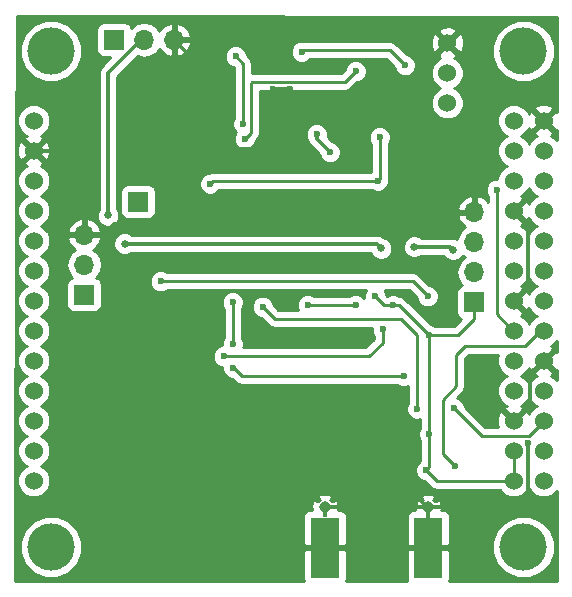
<source format=gbl>
G04 #@! TF.FileFunction,Copper,L2,Bot,Signal*
%FSLAX46Y46*%
G04 Gerber Fmt 4.6, Leading zero omitted, Abs format (unit mm)*
G04 Created by KiCad (PCBNEW 4.0.7-e2-6376~61~ubuntu18.04.1) date Fri Jul  6 09:43:53 2018*
%MOMM*%
%LPD*%
G01*
G04 APERTURE LIST*
%ADD10C,0.100000*%
%ADD11R,1.700000X1.700000*%
%ADD12O,1.700000X1.700000*%
%ADD13R,2.420000X5.080000*%
%ADD14C,0.970000*%
%ADD15R,0.460000X0.890000*%
%ADD16C,4.000000*%
%ADD17C,1.524000*%
%ADD18C,0.600000*%
%ADD19C,0.650000*%
%ADD20C,0.300000*%
%ADD21C,0.250000*%
%ADD22C,0.254000*%
G04 APERTURE END LIST*
D10*
D11*
X156845000Y-59055000D03*
D12*
X159385000Y-59055000D03*
X161925000Y-59055000D03*
D11*
X158877000Y-72771000D03*
X154305000Y-80645000D03*
D12*
X154305000Y-78105000D03*
X154305000Y-75565000D03*
D11*
X187325000Y-81280000D03*
D12*
X187325000Y-78740000D03*
X187325000Y-76200000D03*
X187325000Y-73660000D03*
D13*
X174690000Y-102050000D03*
X183450000Y-102050000D03*
D14*
X174690000Y-98610000D03*
X183450000Y-98610000D03*
D15*
X174690000Y-99060000D03*
X183450000Y-99060000D03*
D16*
X191501100Y-60003600D03*
D17*
X150041100Y-65903600D03*
X150041100Y-68443600D03*
X150041100Y-70983600D03*
X150041100Y-73523600D03*
X150041100Y-76063600D03*
X150041100Y-78603600D03*
X150041100Y-81143600D03*
X150041100Y-83683600D03*
X150041100Y-86223600D03*
X150041100Y-88763600D03*
X150041100Y-91303600D03*
X150041100Y-93843600D03*
X150041100Y-96383600D03*
X193221100Y-96383600D03*
X190681100Y-96383600D03*
X193221100Y-93843600D03*
X190681100Y-93843600D03*
X193221100Y-91303600D03*
X190681100Y-91303600D03*
X193221100Y-88763600D03*
X190681100Y-88763600D03*
X193221100Y-86223600D03*
X190681100Y-86223600D03*
X193221100Y-83683600D03*
X190681100Y-83683600D03*
X193221100Y-81143600D03*
X190681100Y-81143600D03*
X193221100Y-78603600D03*
X190681100Y-78603600D03*
X193221100Y-76063600D03*
X190681100Y-76063600D03*
X193221100Y-73523600D03*
X190681100Y-73523600D03*
X193221100Y-70983600D03*
X190681100Y-70983600D03*
X193221100Y-68443600D03*
X190681100Y-68443600D03*
X193221100Y-65903600D03*
X190681100Y-65903600D03*
X185061100Y-59323600D03*
X185061100Y-61863600D03*
X185061100Y-64403600D03*
D16*
X151501100Y-60003600D03*
X151501100Y-102003600D03*
X191501100Y-102003600D03*
D18*
X178943000Y-73406000D03*
X178943000Y-75057000D03*
X166878000Y-77597000D03*
X168783000Y-77597000D03*
X157099000Y-86741000D03*
X165608000Y-86868000D03*
X163703000Y-86868000D03*
X160147000Y-86741000D03*
X180467000Y-81534000D03*
X183515000Y-92456000D03*
X164973000Y-71247000D03*
X177292000Y-81534000D03*
X173228000Y-81534000D03*
X179324000Y-67310000D03*
X179197000Y-70993000D03*
X183261000Y-95504000D03*
X178943000Y-80772000D03*
X183515000Y-84074000D03*
X181483000Y-61214000D03*
X172720000Y-60071000D03*
X172466000Y-69977000D03*
X162433000Y-90551000D03*
X158877000Y-90424000D03*
X157353000Y-90424000D03*
X157353000Y-93853000D03*
X160401000Y-93853000D03*
X162433000Y-93853000D03*
X165227000Y-93853000D03*
X168021000Y-93853000D03*
X170561000Y-93726000D03*
X170561000Y-90551000D03*
X168021000Y-90551000D03*
X165100000Y-90551000D03*
X153162000Y-92202000D03*
X153162000Y-95250000D03*
X153162000Y-98425000D03*
X157861000Y-98425000D03*
X160718500Y-98234500D03*
X165735000Y-98425000D03*
X169311000Y-98405000D03*
X179070000Y-89555000D03*
X170307000Y-63246000D03*
X171704000Y-63246000D03*
X191897000Y-93218000D03*
X173355000Y-74803000D03*
X165735000Y-66167000D03*
X171704000Y-68326000D03*
X172847000Y-64765000D03*
X169418000Y-68326000D03*
X167767000Y-74803000D03*
X165735000Y-74803000D03*
X162052000Y-74676000D03*
X153543000Y-68961000D03*
D19*
X157734000Y-76327000D03*
X179451000Y-76708000D03*
X156337000Y-73914000D03*
X185547000Y-76835000D03*
X182245000Y-76581000D03*
D18*
X169418000Y-81661000D03*
X182499000Y-90297000D03*
X185674000Y-95123000D03*
X179578000Y-83566000D03*
X166116000Y-85852000D03*
X173990000Y-67056000D03*
X175133000Y-68580000D03*
X189230000Y-71755000D03*
X166941500Y-86804500D03*
X166878000Y-81280000D03*
X166878000Y-84836000D03*
X181356000Y-87503000D03*
X185627000Y-90250000D03*
X160782000Y-79502000D03*
X183388000Y-80772000D03*
X167894000Y-67437000D03*
X177292000Y-61722000D03*
X167767000Y-66167000D03*
X167132000Y-60452000D03*
D20*
X160274000Y-86868000D02*
X163703000Y-86868000D01*
X160147000Y-86741000D02*
X160274000Y-86868000D01*
D21*
X165227000Y-70993000D02*
X179197000Y-70993000D01*
X164973000Y-71247000D02*
X165227000Y-70993000D01*
X173228000Y-81534000D02*
X177292000Y-81534000D01*
X179324000Y-70866000D02*
X179324000Y-67310000D01*
X179197000Y-70993000D02*
X179324000Y-70866000D01*
X183515000Y-84074000D02*
X183515000Y-92456000D01*
X183515000Y-92456000D02*
X183515000Y-95250000D01*
X183515000Y-95250000D02*
X183261000Y-95504000D01*
X184140600Y-96383600D02*
X190681100Y-96383600D01*
X183261000Y-95504000D02*
X184140600Y-96383600D01*
X183515000Y-84074000D02*
X180975000Y-81534000D01*
X179705000Y-81534000D02*
X178943000Y-80772000D01*
X180975000Y-81534000D02*
X180467000Y-81534000D01*
X180467000Y-81534000D02*
X179705000Y-81534000D01*
X187325000Y-81280000D02*
X187325000Y-82677000D01*
X185928000Y-84074000D02*
X183515000Y-84074000D01*
X187325000Y-82677000D02*
X185928000Y-84074000D01*
X180213000Y-59944000D02*
X181483000Y-61214000D01*
X172847000Y-59944000D02*
X180213000Y-59944000D01*
X172720000Y-60071000D02*
X172847000Y-59944000D01*
X190681100Y-93843600D02*
X190681100Y-96383600D01*
D20*
X171704000Y-68326000D02*
X172339000Y-68326000D01*
X172466000Y-68453000D02*
X172466000Y-69977000D01*
X172339000Y-68326000D02*
X172466000Y-68453000D01*
X157353000Y-93853000D02*
X157353000Y-90424000D01*
X162433000Y-93853000D02*
X160401000Y-93853000D01*
X168021000Y-93853000D02*
X165227000Y-93853000D01*
X170561000Y-90551000D02*
X170561000Y-93726000D01*
X165100000Y-90551000D02*
X168021000Y-90551000D01*
X153162000Y-98425000D02*
X153162000Y-95250000D01*
X160528000Y-98425000D02*
X157861000Y-98425000D01*
X160718500Y-98234500D02*
X160528000Y-98425000D01*
X169291000Y-98425000D02*
X165735000Y-98425000D01*
X169311000Y-98405000D02*
X169291000Y-98425000D01*
X183450000Y-102050000D02*
X183450000Y-98610000D01*
X174690000Y-102050000D02*
X183450000Y-102050000D01*
X183319000Y-98610000D02*
X179070000Y-94361000D01*
X179070000Y-94361000D02*
X179070000Y-89555000D01*
X183319000Y-98610000D02*
X183450000Y-98610000D01*
X171704000Y-63246000D02*
X170307000Y-63246000D01*
X191897000Y-93218000D02*
X191897000Y-97917000D01*
X191897000Y-97917000D02*
X191204000Y-98610000D01*
X191204000Y-98610000D02*
X183450000Y-98610000D01*
X174690000Y-98610000D02*
X183450000Y-98610000D01*
X167767000Y-74803000D02*
X173355000Y-74803000D01*
X165735000Y-66167000D02*
X164338000Y-66167000D01*
X162052000Y-68453000D02*
X162052000Y-74676000D01*
X164338000Y-66167000D02*
X162052000Y-68453000D01*
X165735000Y-66167000D02*
X165735000Y-62865000D01*
X165735000Y-62865000D02*
X161925000Y-59055000D01*
X190681100Y-73523600D02*
X190681100Y-73587100D01*
X190681100Y-73587100D02*
X191897000Y-74803000D01*
X191897000Y-79927700D02*
X190681100Y-81143600D01*
X191897000Y-74803000D02*
X191897000Y-79927700D01*
X190681100Y-91303600D02*
X190890400Y-91303600D01*
X190890400Y-91303600D02*
X192024000Y-90170000D01*
X192024000Y-87420700D02*
X193221100Y-86223600D01*
X192024000Y-90170000D02*
X192024000Y-87420700D01*
X166751000Y-68326000D02*
X169418000Y-68326000D01*
X165735000Y-67310000D02*
X166751000Y-68326000D01*
X165735000Y-66167000D02*
X165735000Y-67310000D01*
X169418000Y-68326000D02*
X171704000Y-68326000D01*
X172847000Y-67183000D02*
X171704000Y-68326000D01*
X172847000Y-67183000D02*
X172847000Y-64765000D01*
X165735000Y-74803000D02*
X167767000Y-74803000D01*
X154305000Y-75565000D02*
X155956000Y-75565000D01*
X155956000Y-75565000D02*
X156845000Y-74676000D01*
X156845000Y-74676000D02*
X162052000Y-74676000D01*
X150041100Y-68443600D02*
X153025600Y-68443600D01*
X153025600Y-68443600D02*
X153543000Y-68961000D01*
X179070000Y-76327000D02*
X157734000Y-76327000D01*
X179451000Y-76708000D02*
X179070000Y-76327000D01*
X159385000Y-59055000D02*
X159131000Y-59055000D01*
X159131000Y-59055000D02*
X156337000Y-61849000D01*
X156337000Y-61849000D02*
X156337000Y-73914000D01*
X185547000Y-76835000D02*
X185293000Y-76581000D01*
X185293000Y-76581000D02*
X182245000Y-76581000D01*
D21*
X170434000Y-82677000D02*
X169418000Y-81661000D01*
X181102000Y-82677000D02*
X170434000Y-82677000D01*
X182499000Y-84074000D02*
X181102000Y-82677000D01*
X182499000Y-90297000D02*
X182499000Y-84074000D01*
X193221100Y-83683600D02*
X192922400Y-83683600D01*
X192922400Y-83683600D02*
X191643000Y-84963000D01*
X191643000Y-84963000D02*
X186563000Y-84963000D01*
X186563000Y-84963000D02*
X185801000Y-85725000D01*
X185801000Y-85725000D02*
X185801000Y-88392000D01*
X185801000Y-88392000D02*
X184658000Y-89535000D01*
X184658000Y-89535000D02*
X184658000Y-94107000D01*
X184658000Y-94107000D02*
X185674000Y-95123000D01*
X179578000Y-84709000D02*
X179578000Y-83566000D01*
X178435000Y-85852000D02*
X179578000Y-84709000D01*
X166116000Y-85852000D02*
X178435000Y-85852000D01*
D20*
X173990000Y-67437000D02*
X173990000Y-67056000D01*
X175133000Y-68580000D02*
X173990000Y-67437000D01*
D21*
X190681100Y-83683600D02*
X190617600Y-83683600D01*
X190617600Y-83683600D02*
X189230000Y-82296000D01*
X189230000Y-82296000D02*
X189230000Y-71755000D01*
X167005000Y-86868000D02*
X166941500Y-86804500D01*
X166878000Y-84836000D02*
X166878000Y-81280000D01*
X181356000Y-87503000D02*
X167640000Y-87503000D01*
X167640000Y-87503000D02*
X167005000Y-86868000D01*
X191941700Y-92583000D02*
X193221100Y-91303600D01*
X187960000Y-92583000D02*
X191941700Y-92583000D01*
X185627000Y-90250000D02*
X187960000Y-92583000D01*
X182118000Y-79502000D02*
X160782000Y-79502000D01*
X183388000Y-80772000D02*
X182118000Y-79502000D01*
X176149000Y-62611000D02*
X176403000Y-62611000D01*
X168402000Y-66929000D02*
X167894000Y-67437000D01*
X168402000Y-62738000D02*
X168402000Y-66929000D01*
X168529000Y-62611000D02*
X168402000Y-62738000D01*
X176149000Y-62611000D02*
X168529000Y-62611000D01*
X176403000Y-62611000D02*
X177292000Y-61722000D01*
X167767000Y-61087000D02*
X167767000Y-66167000D01*
X167132000Y-60452000D02*
X167767000Y-61087000D01*
D22*
G36*
X194310000Y-57149650D02*
X194310000Y-65134166D01*
X194201313Y-65102992D01*
X193400705Y-65903600D01*
X194201313Y-66704208D01*
X194310000Y-66673034D01*
X194310000Y-67557019D01*
X194013470Y-67259971D01*
X193821373Y-67180205D01*
X193952243Y-67125997D01*
X194021708Y-66883813D01*
X193221100Y-66083205D01*
X192420492Y-66883813D01*
X192489957Y-67125997D01*
X192630418Y-67176109D01*
X192430797Y-67258590D01*
X192037471Y-67651230D01*
X191951151Y-67859112D01*
X191866110Y-67653297D01*
X191473470Y-67259971D01*
X191265588Y-67173651D01*
X191471403Y-67088610D01*
X191864729Y-66695970D01*
X191944495Y-66503873D01*
X191998703Y-66634743D01*
X192240887Y-66704208D01*
X193041495Y-65903600D01*
X192240887Y-65102992D01*
X191998703Y-65172457D01*
X191948591Y-65312918D01*
X191866110Y-65113297D01*
X191676532Y-64923387D01*
X192420492Y-64923387D01*
X193221100Y-65723995D01*
X194021708Y-64923387D01*
X193952243Y-64681203D01*
X193428798Y-64494456D01*
X192873732Y-64522238D01*
X192489957Y-64681203D01*
X192420492Y-64923387D01*
X191676532Y-64923387D01*
X191473470Y-64719971D01*
X190960200Y-64506843D01*
X190404439Y-64506358D01*
X189890797Y-64718590D01*
X189497471Y-65111230D01*
X189284343Y-65624500D01*
X189283858Y-66180261D01*
X189496090Y-66693903D01*
X189888730Y-67087229D01*
X190096612Y-67173549D01*
X189890797Y-67258590D01*
X189497471Y-67651230D01*
X189284343Y-68164500D01*
X189283858Y-68720261D01*
X189496090Y-69233903D01*
X189888730Y-69627229D01*
X190096612Y-69713549D01*
X189890797Y-69798590D01*
X189497471Y-70191230D01*
X189284343Y-70704500D01*
X189284242Y-70820047D01*
X189044833Y-70819838D01*
X188701057Y-70961883D01*
X188437808Y-71224673D01*
X188295162Y-71568201D01*
X188294838Y-71940167D01*
X188436883Y-72283943D01*
X188470000Y-72317118D01*
X188470000Y-72754109D01*
X188206358Y-72464817D01*
X187681892Y-72218514D01*
X187452000Y-72339181D01*
X187452000Y-73533000D01*
X187472000Y-73533000D01*
X187472000Y-73787000D01*
X187452000Y-73787000D01*
X187452000Y-73807000D01*
X187198000Y-73807000D01*
X187198000Y-73787000D01*
X186004845Y-73787000D01*
X185883524Y-74016890D01*
X186053355Y-74426924D01*
X186443642Y-74855183D01*
X186586553Y-74922298D01*
X186245853Y-75149946D01*
X185923946Y-75631715D01*
X185865089Y-75927609D01*
X185738794Y-75875167D01*
X185622307Y-75875065D01*
X185593407Y-75855755D01*
X185293000Y-75796000D01*
X182817831Y-75796000D01*
X182789507Y-75767626D01*
X182436794Y-75621167D01*
X182054882Y-75620833D01*
X181701914Y-75766677D01*
X181431626Y-76036493D01*
X181285167Y-76389206D01*
X181284833Y-76771118D01*
X181430677Y-77124086D01*
X181700493Y-77394374D01*
X182053206Y-77540833D01*
X182435118Y-77541167D01*
X182788086Y-77395323D01*
X182817460Y-77366000D01*
X184727683Y-77366000D01*
X184732677Y-77378086D01*
X185002493Y-77648374D01*
X185355206Y-77794833D01*
X185737118Y-77795167D01*
X186090086Y-77649323D01*
X186360374Y-77379507D01*
X186377580Y-77338071D01*
X186575026Y-77470000D01*
X186245853Y-77689946D01*
X185923946Y-78171715D01*
X185810907Y-78740000D01*
X185923946Y-79308285D01*
X186245853Y-79790054D01*
X186287452Y-79817850D01*
X186239683Y-79826838D01*
X186023559Y-79965910D01*
X185878569Y-80178110D01*
X185827560Y-80430000D01*
X185827560Y-82130000D01*
X185871838Y-82365317D01*
X186010910Y-82581441D01*
X186209836Y-82717362D01*
X185613198Y-83314000D01*
X184077463Y-83314000D01*
X184045327Y-83281808D01*
X183701799Y-83139162D01*
X183654923Y-83139121D01*
X181512401Y-80996599D01*
X181265839Y-80831852D01*
X181042957Y-80787518D01*
X180997327Y-80741808D01*
X180653799Y-80599162D01*
X180281833Y-80598838D01*
X179972467Y-80726665D01*
X179878122Y-80632320D01*
X179878162Y-80586833D01*
X179743944Y-80262000D01*
X181803198Y-80262000D01*
X182452878Y-80911680D01*
X182452838Y-80957167D01*
X182594883Y-81300943D01*
X182857673Y-81564192D01*
X183201201Y-81706838D01*
X183573167Y-81707162D01*
X183916943Y-81565117D01*
X184180192Y-81302327D01*
X184322838Y-80958799D01*
X184323162Y-80586833D01*
X184181117Y-80243057D01*
X183918327Y-79979808D01*
X183574799Y-79837162D01*
X183527923Y-79837121D01*
X182655401Y-78964599D01*
X182408839Y-78799852D01*
X182118000Y-78742000D01*
X161344463Y-78742000D01*
X161312327Y-78709808D01*
X160968799Y-78567162D01*
X160596833Y-78566838D01*
X160253057Y-78708883D01*
X159989808Y-78971673D01*
X159847162Y-79315201D01*
X159846838Y-79687167D01*
X159988883Y-80030943D01*
X160251673Y-80294192D01*
X160595201Y-80436838D01*
X160967167Y-80437162D01*
X161310943Y-80295117D01*
X161344118Y-80262000D01*
X178142367Y-80262000D01*
X178008162Y-80585201D01*
X178007864Y-80927669D01*
X177822327Y-80741808D01*
X177478799Y-80599162D01*
X177106833Y-80598838D01*
X176763057Y-80740883D01*
X176729882Y-80774000D01*
X173790463Y-80774000D01*
X173758327Y-80741808D01*
X173414799Y-80599162D01*
X173042833Y-80598838D01*
X172699057Y-80740883D01*
X172435808Y-81003673D01*
X172293162Y-81347201D01*
X172292838Y-81719167D01*
X172374581Y-81917000D01*
X170748802Y-81917000D01*
X170353122Y-81521320D01*
X170353162Y-81475833D01*
X170211117Y-81132057D01*
X169948327Y-80868808D01*
X169604799Y-80726162D01*
X169232833Y-80725838D01*
X168889057Y-80867883D01*
X168625808Y-81130673D01*
X168483162Y-81474201D01*
X168482838Y-81846167D01*
X168624883Y-82189943D01*
X168887673Y-82453192D01*
X169231201Y-82595838D01*
X169278077Y-82595879D01*
X169896599Y-83214401D01*
X170143161Y-83379148D01*
X170434000Y-83437000D01*
X178643112Y-83437000D01*
X178642838Y-83751167D01*
X178784883Y-84094943D01*
X178818000Y-84128118D01*
X178818000Y-84394198D01*
X178120198Y-85092000D01*
X167784103Y-85092000D01*
X167812838Y-85022799D01*
X167813162Y-84650833D01*
X167671117Y-84307057D01*
X167638000Y-84273882D01*
X167638000Y-81842463D01*
X167670192Y-81810327D01*
X167812838Y-81466799D01*
X167813162Y-81094833D01*
X167671117Y-80751057D01*
X167408327Y-80487808D01*
X167064799Y-80345162D01*
X166692833Y-80344838D01*
X166349057Y-80486883D01*
X166085808Y-80749673D01*
X165943162Y-81093201D01*
X165942838Y-81465167D01*
X166084883Y-81808943D01*
X166118000Y-81842118D01*
X166118000Y-84273537D01*
X166085808Y-84305673D01*
X165943162Y-84649201D01*
X165942929Y-84916849D01*
X165930833Y-84916838D01*
X165587057Y-85058883D01*
X165323808Y-85321673D01*
X165181162Y-85665201D01*
X165180838Y-86037167D01*
X165322883Y-86380943D01*
X165585673Y-86644192D01*
X165929201Y-86786838D01*
X166006515Y-86786905D01*
X166006338Y-86989667D01*
X166148383Y-87333443D01*
X166411173Y-87596692D01*
X166754701Y-87739338D01*
X166801577Y-87739379D01*
X167102599Y-88040401D01*
X167349161Y-88205148D01*
X167640000Y-88263000D01*
X180793537Y-88263000D01*
X180825673Y-88295192D01*
X181169201Y-88437838D01*
X181541167Y-88438162D01*
X181739000Y-88356419D01*
X181739000Y-89734537D01*
X181706808Y-89766673D01*
X181564162Y-90110201D01*
X181563838Y-90482167D01*
X181705883Y-90825943D01*
X181968673Y-91089192D01*
X182312201Y-91231838D01*
X182684167Y-91232162D01*
X182755000Y-91202894D01*
X182755000Y-91893537D01*
X182722808Y-91925673D01*
X182580162Y-92269201D01*
X182579838Y-92641167D01*
X182721883Y-92984943D01*
X182755000Y-93018118D01*
X182755000Y-94701403D01*
X182732057Y-94710883D01*
X182468808Y-94973673D01*
X182326162Y-95317201D01*
X182325838Y-95689167D01*
X182467883Y-96032943D01*
X182730673Y-96296192D01*
X183074201Y-96438838D01*
X183121077Y-96438879D01*
X183603199Y-96921001D01*
X183849760Y-97085748D01*
X184140600Y-97143600D01*
X189483569Y-97143600D01*
X189496090Y-97173903D01*
X189888730Y-97567229D01*
X190402000Y-97780357D01*
X190957761Y-97780842D01*
X191471403Y-97568610D01*
X191864729Y-97175970D01*
X191951049Y-96968088D01*
X192036090Y-97173903D01*
X192428730Y-97567229D01*
X192942000Y-97780357D01*
X193497761Y-97780842D01*
X194011403Y-97568610D01*
X194310000Y-97270534D01*
X194310000Y-104902000D01*
X185218084Y-104902000D01*
X185295000Y-104716309D01*
X185295000Y-102525434D01*
X188865643Y-102525434D01*
X189265953Y-103494258D01*
X190006543Y-104236142D01*
X190974667Y-104638142D01*
X192022934Y-104639057D01*
X192991758Y-104238747D01*
X193733642Y-103498157D01*
X194135642Y-102530033D01*
X194136557Y-101481766D01*
X193736247Y-100512942D01*
X192995657Y-99771058D01*
X192027533Y-99369058D01*
X190979266Y-99368143D01*
X190010442Y-99768453D01*
X189268558Y-100509043D01*
X188866558Y-101477167D01*
X188865643Y-102525434D01*
X185295000Y-102525434D01*
X185295000Y-102335750D01*
X185136250Y-102177000D01*
X183577000Y-102177000D01*
X183577000Y-102197000D01*
X183323000Y-102197000D01*
X183323000Y-102177000D01*
X181763750Y-102177000D01*
X181605000Y-102335750D01*
X181605000Y-104716309D01*
X181681916Y-104902000D01*
X176458084Y-104902000D01*
X176535000Y-104716309D01*
X176535000Y-102335750D01*
X176376250Y-102177000D01*
X174817000Y-102177000D01*
X174817000Y-102197000D01*
X174563000Y-102197000D01*
X174563000Y-102177000D01*
X173003750Y-102177000D01*
X172845000Y-102335750D01*
X172845000Y-104716309D01*
X172921916Y-104902000D01*
X148463337Y-104902000D01*
X148469624Y-102525434D01*
X148865643Y-102525434D01*
X149265953Y-103494258D01*
X150006543Y-104236142D01*
X150974667Y-104638142D01*
X152022934Y-104639057D01*
X152991758Y-104238747D01*
X153733642Y-103498157D01*
X154135642Y-102530033D01*
X154136557Y-101481766D01*
X153736247Y-100512942D01*
X152995657Y-99771058D01*
X152062774Y-99383691D01*
X172845000Y-99383691D01*
X172845000Y-101764250D01*
X173003750Y-101923000D01*
X174563000Y-101923000D01*
X174563000Y-101903000D01*
X174817000Y-101903000D01*
X174817000Y-101923000D01*
X176376250Y-101923000D01*
X176535000Y-101764250D01*
X176535000Y-99383691D01*
X181605000Y-99383691D01*
X181605000Y-101764250D01*
X181763750Y-101923000D01*
X183323000Y-101923000D01*
X183323000Y-101903000D01*
X183577000Y-101903000D01*
X183577000Y-101923000D01*
X185136250Y-101923000D01*
X185295000Y-101764250D01*
X185295000Y-99383691D01*
X185198327Y-99150302D01*
X185019699Y-98971673D01*
X184786310Y-98875000D01*
X184542129Y-98875000D01*
X184583149Y-98751436D01*
X184551018Y-98307032D01*
X184442768Y-98045692D01*
X184229200Y-98010405D01*
X184101315Y-98138290D01*
X184039699Y-98076673D01*
X183872838Y-98007557D01*
X184049595Y-97830800D01*
X184014308Y-97617232D01*
X183591436Y-97476851D01*
X183147032Y-97508982D01*
X182885692Y-97617232D01*
X182850405Y-97830800D01*
X183027162Y-98007557D01*
X182860301Y-98076673D01*
X182798685Y-98138290D01*
X182670800Y-98010405D01*
X182457232Y-98045692D01*
X182316851Y-98468564D01*
X182346237Y-98875000D01*
X182113690Y-98875000D01*
X181880301Y-98971673D01*
X181701673Y-99150302D01*
X181605000Y-99383691D01*
X176535000Y-99383691D01*
X176438327Y-99150302D01*
X176259699Y-98971673D01*
X176026310Y-98875000D01*
X175782129Y-98875000D01*
X175823149Y-98751436D01*
X175791018Y-98307032D01*
X175682768Y-98045692D01*
X175469200Y-98010405D01*
X175341315Y-98138290D01*
X175279699Y-98076673D01*
X175112838Y-98007557D01*
X175289595Y-97830800D01*
X175254308Y-97617232D01*
X174831436Y-97476851D01*
X174387032Y-97508982D01*
X174125692Y-97617232D01*
X174090405Y-97830800D01*
X174267162Y-98007557D01*
X174100301Y-98076673D01*
X174038685Y-98138290D01*
X173910800Y-98010405D01*
X173697232Y-98045692D01*
X173556851Y-98468564D01*
X173586237Y-98875000D01*
X173353690Y-98875000D01*
X173120301Y-98971673D01*
X172941673Y-99150302D01*
X172845000Y-99383691D01*
X152062774Y-99383691D01*
X152027533Y-99369058D01*
X150979266Y-99368143D01*
X150010442Y-99768453D01*
X149268558Y-100509043D01*
X148866558Y-101477167D01*
X148865643Y-102525434D01*
X148469624Y-102525434D01*
X148552336Y-71260261D01*
X148643858Y-71260261D01*
X148856090Y-71773903D01*
X149248730Y-72167229D01*
X149456612Y-72253549D01*
X149250797Y-72338590D01*
X148857471Y-72731230D01*
X148644343Y-73244500D01*
X148643858Y-73800261D01*
X148856090Y-74313903D01*
X149248730Y-74707229D01*
X149456612Y-74793549D01*
X149250797Y-74878590D01*
X148857471Y-75271230D01*
X148644343Y-75784500D01*
X148643858Y-76340261D01*
X148856090Y-76853903D01*
X149248730Y-77247229D01*
X149456612Y-77333549D01*
X149250797Y-77418590D01*
X148857471Y-77811230D01*
X148644343Y-78324500D01*
X148643858Y-78880261D01*
X148856090Y-79393903D01*
X149248730Y-79787229D01*
X149456612Y-79873549D01*
X149250797Y-79958590D01*
X148857471Y-80351230D01*
X148644343Y-80864500D01*
X148643858Y-81420261D01*
X148856090Y-81933903D01*
X149248730Y-82327229D01*
X149456612Y-82413549D01*
X149250797Y-82498590D01*
X148857471Y-82891230D01*
X148644343Y-83404500D01*
X148643858Y-83960261D01*
X148856090Y-84473903D01*
X149248730Y-84867229D01*
X149456612Y-84953549D01*
X149250797Y-85038590D01*
X148857471Y-85431230D01*
X148644343Y-85944500D01*
X148643858Y-86500261D01*
X148856090Y-87013903D01*
X149248730Y-87407229D01*
X149456612Y-87493549D01*
X149250797Y-87578590D01*
X148857471Y-87971230D01*
X148644343Y-88484500D01*
X148643858Y-89040261D01*
X148856090Y-89553903D01*
X149248730Y-89947229D01*
X149456612Y-90033549D01*
X149250797Y-90118590D01*
X148857471Y-90511230D01*
X148644343Y-91024500D01*
X148643858Y-91580261D01*
X148856090Y-92093903D01*
X149248730Y-92487229D01*
X149456612Y-92573549D01*
X149250797Y-92658590D01*
X148857471Y-93051230D01*
X148644343Y-93564500D01*
X148643858Y-94120261D01*
X148856090Y-94633903D01*
X149248730Y-95027229D01*
X149456612Y-95113549D01*
X149250797Y-95198590D01*
X148857471Y-95591230D01*
X148644343Y-96104500D01*
X148643858Y-96660261D01*
X148856090Y-97173903D01*
X149248730Y-97567229D01*
X149762000Y-97780357D01*
X150317761Y-97780842D01*
X150831403Y-97568610D01*
X151224729Y-97175970D01*
X151437857Y-96662700D01*
X151438342Y-96106939D01*
X151226110Y-95593297D01*
X150833470Y-95199971D01*
X150625588Y-95113651D01*
X150831403Y-95028610D01*
X151224729Y-94635970D01*
X151437857Y-94122700D01*
X151438342Y-93566939D01*
X151226110Y-93053297D01*
X150833470Y-92659971D01*
X150625588Y-92573651D01*
X150831403Y-92488610D01*
X151224729Y-92095970D01*
X151437857Y-91582700D01*
X151438342Y-91026939D01*
X151226110Y-90513297D01*
X150833470Y-90119971D01*
X150625588Y-90033651D01*
X150831403Y-89948610D01*
X151224729Y-89555970D01*
X151437857Y-89042700D01*
X151438342Y-88486939D01*
X151226110Y-87973297D01*
X150833470Y-87579971D01*
X150625588Y-87493651D01*
X150831403Y-87408610D01*
X151224729Y-87015970D01*
X151437857Y-86502700D01*
X151438342Y-85946939D01*
X151226110Y-85433297D01*
X150833470Y-85039971D01*
X150625588Y-84953651D01*
X150831403Y-84868610D01*
X151224729Y-84475970D01*
X151437857Y-83962700D01*
X151438342Y-83406939D01*
X151226110Y-82893297D01*
X150833470Y-82499971D01*
X150625588Y-82413651D01*
X150831403Y-82328610D01*
X151224729Y-81935970D01*
X151437857Y-81422700D01*
X151438342Y-80866939D01*
X151226110Y-80353297D01*
X150833470Y-79959971D01*
X150625588Y-79873651D01*
X150831403Y-79788610D01*
X151224729Y-79395970D01*
X151437857Y-78882700D01*
X151438342Y-78326939D01*
X151346639Y-78105000D01*
X152790907Y-78105000D01*
X152903946Y-78673285D01*
X153225853Y-79155054D01*
X153267452Y-79182850D01*
X153219683Y-79191838D01*
X153003559Y-79330910D01*
X152858569Y-79543110D01*
X152807560Y-79795000D01*
X152807560Y-81495000D01*
X152851838Y-81730317D01*
X152990910Y-81946441D01*
X153203110Y-82091431D01*
X153455000Y-82142440D01*
X155155000Y-82142440D01*
X155390317Y-82098162D01*
X155606441Y-81959090D01*
X155751431Y-81746890D01*
X155802440Y-81495000D01*
X155802440Y-79795000D01*
X155758162Y-79559683D01*
X155619090Y-79343559D01*
X155406890Y-79198569D01*
X155339459Y-79184914D01*
X155384147Y-79155054D01*
X155706054Y-78673285D01*
X155819093Y-78105000D01*
X155706054Y-77536715D01*
X155384147Y-77054946D01*
X155043447Y-76827298D01*
X155186358Y-76760183D01*
X155407871Y-76517118D01*
X156773833Y-76517118D01*
X156919677Y-76870086D01*
X157189493Y-77140374D01*
X157542206Y-77286833D01*
X157924118Y-77287167D01*
X158277086Y-77141323D01*
X158306460Y-77112000D01*
X178579208Y-77112000D01*
X178636677Y-77251086D01*
X178906493Y-77521374D01*
X179259206Y-77667833D01*
X179641118Y-77668167D01*
X179994086Y-77522323D01*
X180264374Y-77252507D01*
X180410833Y-76899794D01*
X180411167Y-76517882D01*
X180265323Y-76164914D01*
X179995507Y-75894626D01*
X179642794Y-75748167D01*
X179589459Y-75748120D01*
X179370407Y-75601755D01*
X179070000Y-75542000D01*
X158306831Y-75542000D01*
X158278507Y-75513626D01*
X157925794Y-75367167D01*
X157543882Y-75366833D01*
X157190914Y-75512677D01*
X156920626Y-75782493D01*
X156774167Y-76135206D01*
X156773833Y-76517118D01*
X155407871Y-76517118D01*
X155576645Y-76331924D01*
X155746476Y-75921890D01*
X155625155Y-75692000D01*
X154432000Y-75692000D01*
X154432000Y-75712000D01*
X154178000Y-75712000D01*
X154178000Y-75692000D01*
X152984845Y-75692000D01*
X152863524Y-75921890D01*
X153033355Y-76331924D01*
X153423642Y-76760183D01*
X153566553Y-76827298D01*
X153225853Y-77054946D01*
X152903946Y-77536715D01*
X152790907Y-78105000D01*
X151346639Y-78105000D01*
X151226110Y-77813297D01*
X150833470Y-77419971D01*
X150625588Y-77333651D01*
X150831403Y-77248610D01*
X151224729Y-76855970D01*
X151437857Y-76342700D01*
X151438342Y-75786939D01*
X151226110Y-75273297D01*
X151161037Y-75208110D01*
X152863524Y-75208110D01*
X152984845Y-75438000D01*
X154178000Y-75438000D01*
X154178000Y-74244181D01*
X154432000Y-74244181D01*
X154432000Y-75438000D01*
X155625155Y-75438000D01*
X155746476Y-75208110D01*
X155576645Y-74798076D01*
X155186358Y-74369817D01*
X154661892Y-74123514D01*
X154432000Y-74244181D01*
X154178000Y-74244181D01*
X153948108Y-74123514D01*
X153423642Y-74369817D01*
X153033355Y-74798076D01*
X152863524Y-75208110D01*
X151161037Y-75208110D01*
X150833470Y-74879971D01*
X150625588Y-74793651D01*
X150831403Y-74708610D01*
X151224729Y-74315970D01*
X151437857Y-73802700D01*
X151438342Y-73246939D01*
X151226110Y-72733297D01*
X150833470Y-72339971D01*
X150625588Y-72253651D01*
X150831403Y-72168610D01*
X151224729Y-71775970D01*
X151437857Y-71262700D01*
X151438342Y-70706939D01*
X151226110Y-70193297D01*
X150833470Y-69799971D01*
X150641373Y-69720205D01*
X150772243Y-69665997D01*
X150841708Y-69423813D01*
X150041100Y-68623205D01*
X149240492Y-69423813D01*
X149309957Y-69665997D01*
X149450418Y-69716109D01*
X149250797Y-69798590D01*
X148857471Y-70191230D01*
X148644343Y-70704500D01*
X148643858Y-71260261D01*
X148552336Y-71260261D01*
X148560337Y-68235902D01*
X148631956Y-68235902D01*
X148659738Y-68790968D01*
X148818703Y-69174743D01*
X149060887Y-69244208D01*
X149861495Y-68443600D01*
X150220705Y-68443600D01*
X151021313Y-69244208D01*
X151263497Y-69174743D01*
X151450244Y-68651298D01*
X151422462Y-68096232D01*
X151263497Y-67712457D01*
X151021313Y-67642992D01*
X150220705Y-68443600D01*
X149861495Y-68443600D01*
X149060887Y-67642992D01*
X148818703Y-67712457D01*
X148631956Y-68235902D01*
X148560337Y-68235902D01*
X148565775Y-66180261D01*
X148643858Y-66180261D01*
X148856090Y-66693903D01*
X149248730Y-67087229D01*
X149440827Y-67166995D01*
X149309957Y-67221203D01*
X149240492Y-67463387D01*
X150041100Y-68263995D01*
X150841708Y-67463387D01*
X150772243Y-67221203D01*
X150631782Y-67171091D01*
X150831403Y-67088610D01*
X151224729Y-66695970D01*
X151437857Y-66182700D01*
X151438342Y-65626939D01*
X151226110Y-65113297D01*
X150833470Y-64719971D01*
X150320200Y-64506843D01*
X149764439Y-64506358D01*
X149250797Y-64718590D01*
X148857471Y-65111230D01*
X148644343Y-65624500D01*
X148643858Y-66180261D01*
X148565775Y-66180261D01*
X148580735Y-60525434D01*
X148865643Y-60525434D01*
X149265953Y-61494258D01*
X150006543Y-62236142D01*
X150974667Y-62638142D01*
X152022934Y-62639057D01*
X152991758Y-62238747D01*
X153733642Y-61498157D01*
X154135642Y-60530033D01*
X154136557Y-59481766D01*
X153736247Y-58512942D01*
X153428843Y-58205000D01*
X155347560Y-58205000D01*
X155347560Y-59905000D01*
X155391838Y-60140317D01*
X155530910Y-60356441D01*
X155743110Y-60501431D01*
X155995000Y-60552440D01*
X156523402Y-60552440D01*
X155781921Y-61293921D01*
X155611755Y-61548593D01*
X155596676Y-61624401D01*
X155552000Y-61849000D01*
X155552000Y-73341169D01*
X155523626Y-73369493D01*
X155377167Y-73722206D01*
X155376833Y-74104118D01*
X155522677Y-74457086D01*
X155792493Y-74727374D01*
X156145206Y-74873833D01*
X156527118Y-74874167D01*
X156880086Y-74728323D01*
X157150374Y-74458507D01*
X157296833Y-74105794D01*
X157297167Y-73723882D01*
X157151323Y-73370914D01*
X157122000Y-73341540D01*
X157122000Y-71921000D01*
X157379560Y-71921000D01*
X157379560Y-73621000D01*
X157423838Y-73856317D01*
X157562910Y-74072441D01*
X157775110Y-74217431D01*
X158027000Y-74268440D01*
X159727000Y-74268440D01*
X159962317Y-74224162D01*
X160178441Y-74085090D01*
X160323431Y-73872890D01*
X160374440Y-73621000D01*
X160374440Y-73303110D01*
X185883524Y-73303110D01*
X186004845Y-73533000D01*
X187198000Y-73533000D01*
X187198000Y-72339181D01*
X186968108Y-72218514D01*
X186443642Y-72464817D01*
X186053355Y-72893076D01*
X185883524Y-73303110D01*
X160374440Y-73303110D01*
X160374440Y-71921000D01*
X160330162Y-71685683D01*
X160191090Y-71469559D01*
X160136365Y-71432167D01*
X164037838Y-71432167D01*
X164179883Y-71775943D01*
X164442673Y-72039192D01*
X164786201Y-72181838D01*
X165158167Y-72182162D01*
X165501943Y-72040117D01*
X165765192Y-71777327D01*
X165775294Y-71753000D01*
X178634537Y-71753000D01*
X178666673Y-71785192D01*
X179010201Y-71927838D01*
X179382167Y-71928162D01*
X179725943Y-71786117D01*
X179989192Y-71523327D01*
X180131838Y-71179799D01*
X180132162Y-70807833D01*
X180084000Y-70691272D01*
X180084000Y-67872463D01*
X180116192Y-67840327D01*
X180258838Y-67496799D01*
X180259162Y-67124833D01*
X180117117Y-66781057D01*
X179854327Y-66517808D01*
X179510799Y-66375162D01*
X179138833Y-66374838D01*
X178795057Y-66516883D01*
X178531808Y-66779673D01*
X178389162Y-67123201D01*
X178388838Y-67495167D01*
X178530883Y-67838943D01*
X178564000Y-67872118D01*
X178564000Y-70233000D01*
X165227000Y-70233000D01*
X164936160Y-70290852D01*
X164904600Y-70311940D01*
X164787833Y-70311838D01*
X164444057Y-70453883D01*
X164180808Y-70716673D01*
X164038162Y-71060201D01*
X164037838Y-71432167D01*
X160136365Y-71432167D01*
X159978890Y-71324569D01*
X159727000Y-71273560D01*
X158027000Y-71273560D01*
X157791683Y-71317838D01*
X157575559Y-71456910D01*
X157430569Y-71669110D01*
X157379560Y-71921000D01*
X157122000Y-71921000D01*
X157122000Y-62174158D01*
X158658991Y-60637167D01*
X166196838Y-60637167D01*
X166338883Y-60980943D01*
X166601673Y-61244192D01*
X166945201Y-61386838D01*
X166992077Y-61386879D01*
X167007000Y-61401802D01*
X167007000Y-65604537D01*
X166974808Y-65636673D01*
X166832162Y-65980201D01*
X166831838Y-66352167D01*
X166973883Y-66695943D01*
X167143099Y-66865454D01*
X167101808Y-66906673D01*
X166959162Y-67250201D01*
X166958838Y-67622167D01*
X167100883Y-67965943D01*
X167363673Y-68229192D01*
X167707201Y-68371838D01*
X168079167Y-68372162D01*
X168422943Y-68230117D01*
X168686192Y-67967327D01*
X168828838Y-67623799D01*
X168828879Y-67576923D01*
X168939401Y-67466401D01*
X169042071Y-67312744D01*
X169089897Y-67241167D01*
X173054838Y-67241167D01*
X173196883Y-67584943D01*
X173243771Y-67631913D01*
X173264755Y-67737407D01*
X173434921Y-67992079D01*
X174197847Y-68755005D01*
X174197838Y-68765167D01*
X174339883Y-69108943D01*
X174602673Y-69372192D01*
X174946201Y-69514838D01*
X175318167Y-69515162D01*
X175661943Y-69373117D01*
X175925192Y-69110327D01*
X176067838Y-68766799D01*
X176068162Y-68394833D01*
X175926117Y-68051057D01*
X175663327Y-67787808D01*
X175319799Y-67645162D01*
X175308310Y-67645152D01*
X174919298Y-67256140D01*
X174924838Y-67242799D01*
X174925162Y-66870833D01*
X174783117Y-66527057D01*
X174520327Y-66263808D01*
X174176799Y-66121162D01*
X173804833Y-66120838D01*
X173461057Y-66262883D01*
X173197808Y-66525673D01*
X173055162Y-66869201D01*
X173054838Y-67241167D01*
X169089897Y-67241167D01*
X169104148Y-67219839D01*
X169162000Y-66929000D01*
X169162000Y-63371000D01*
X176403000Y-63371000D01*
X176693839Y-63313148D01*
X176940401Y-63148401D01*
X177431680Y-62657122D01*
X177477167Y-62657162D01*
X177820943Y-62515117D01*
X178084192Y-62252327D01*
X178226838Y-61908799D01*
X178227162Y-61536833D01*
X178085117Y-61193057D01*
X177822327Y-60929808D01*
X177478799Y-60787162D01*
X177106833Y-60786838D01*
X176763057Y-60928883D01*
X176499808Y-61191673D01*
X176357162Y-61535201D01*
X176357121Y-61582077D01*
X176088198Y-61851000D01*
X168529000Y-61851000D01*
X168527000Y-61851398D01*
X168527000Y-61087000D01*
X168469148Y-60796161D01*
X168304401Y-60549599D01*
X168067122Y-60312320D01*
X168067162Y-60266833D01*
X168062755Y-60256167D01*
X171784838Y-60256167D01*
X171926883Y-60599943D01*
X172189673Y-60863192D01*
X172533201Y-61005838D01*
X172905167Y-61006162D01*
X173248943Y-60864117D01*
X173409340Y-60704000D01*
X179898198Y-60704000D01*
X180547878Y-61353680D01*
X180547838Y-61399167D01*
X180689883Y-61742943D01*
X180952673Y-62006192D01*
X181296201Y-62148838D01*
X181668167Y-62149162D01*
X181689709Y-62140261D01*
X183663858Y-62140261D01*
X183876090Y-62653903D01*
X184268730Y-63047229D01*
X184476612Y-63133549D01*
X184270797Y-63218590D01*
X183877471Y-63611230D01*
X183664343Y-64124500D01*
X183663858Y-64680261D01*
X183876090Y-65193903D01*
X184268730Y-65587229D01*
X184782000Y-65800357D01*
X185337761Y-65800842D01*
X185851403Y-65588610D01*
X186244729Y-65195970D01*
X186457857Y-64682700D01*
X186458342Y-64126939D01*
X186246110Y-63613297D01*
X185853470Y-63219971D01*
X185645588Y-63133651D01*
X185851403Y-63048610D01*
X186244729Y-62655970D01*
X186457857Y-62142700D01*
X186458342Y-61586939D01*
X186246110Y-61073297D01*
X185853470Y-60679971D01*
X185661373Y-60600205D01*
X185792243Y-60545997D01*
X185798141Y-60525434D01*
X188865643Y-60525434D01*
X189265953Y-61494258D01*
X190006543Y-62236142D01*
X190974667Y-62638142D01*
X192022934Y-62639057D01*
X192991758Y-62238747D01*
X193733642Y-61498157D01*
X194135642Y-60530033D01*
X194136557Y-59481766D01*
X193736247Y-58512942D01*
X192995657Y-57771058D01*
X192027533Y-57369058D01*
X190979266Y-57368143D01*
X190010442Y-57768453D01*
X189268558Y-58509043D01*
X188866558Y-59477167D01*
X188865643Y-60525434D01*
X185798141Y-60525434D01*
X185861708Y-60303813D01*
X185061100Y-59503205D01*
X184260492Y-60303813D01*
X184329957Y-60545997D01*
X184470418Y-60596109D01*
X184270797Y-60678590D01*
X183877471Y-61071230D01*
X183664343Y-61584500D01*
X183663858Y-62140261D01*
X181689709Y-62140261D01*
X182011943Y-62007117D01*
X182275192Y-61744327D01*
X182417838Y-61400799D01*
X182418162Y-61028833D01*
X182276117Y-60685057D01*
X182013327Y-60421808D01*
X181669799Y-60279162D01*
X181622923Y-60279121D01*
X180750401Y-59406599D01*
X180503839Y-59241852D01*
X180213000Y-59184000D01*
X173022005Y-59184000D01*
X172906799Y-59136162D01*
X172534833Y-59135838D01*
X172191057Y-59277883D01*
X171927808Y-59540673D01*
X171785162Y-59884201D01*
X171784838Y-60256167D01*
X168062755Y-60256167D01*
X167925117Y-59923057D01*
X167662327Y-59659808D01*
X167318799Y-59517162D01*
X166946833Y-59516838D01*
X166603057Y-59658883D01*
X166339808Y-59921673D01*
X166197162Y-60265201D01*
X166196838Y-60637167D01*
X158658991Y-60637167D01*
X158836224Y-60459934D01*
X159385000Y-60569093D01*
X159953285Y-60456054D01*
X160435054Y-60134147D01*
X160662702Y-59793447D01*
X160729817Y-59936358D01*
X161158076Y-60326645D01*
X161568110Y-60496476D01*
X161798000Y-60375155D01*
X161798000Y-59182000D01*
X162052000Y-59182000D01*
X162052000Y-60375155D01*
X162281890Y-60496476D01*
X162691924Y-60326645D01*
X163120183Y-59936358D01*
X163366486Y-59411892D01*
X163245819Y-59182000D01*
X162052000Y-59182000D01*
X161798000Y-59182000D01*
X161778000Y-59182000D01*
X161778000Y-59115902D01*
X183651956Y-59115902D01*
X183679738Y-59670968D01*
X183838703Y-60054743D01*
X184080887Y-60124208D01*
X184881495Y-59323600D01*
X185240705Y-59323600D01*
X186041313Y-60124208D01*
X186283497Y-60054743D01*
X186470244Y-59531298D01*
X186442462Y-58976232D01*
X186283497Y-58592457D01*
X186041313Y-58522992D01*
X185240705Y-59323600D01*
X184881495Y-59323600D01*
X184080887Y-58522992D01*
X183838703Y-58592457D01*
X183651956Y-59115902D01*
X161778000Y-59115902D01*
X161778000Y-58928000D01*
X161798000Y-58928000D01*
X161798000Y-57734845D01*
X162052000Y-57734845D01*
X162052000Y-58928000D01*
X163245819Y-58928000D01*
X163366486Y-58698108D01*
X163199900Y-58343387D01*
X184260492Y-58343387D01*
X185061100Y-59143995D01*
X185861708Y-58343387D01*
X185792243Y-58101203D01*
X185268798Y-57914456D01*
X184713732Y-57942238D01*
X184329957Y-58101203D01*
X184260492Y-58343387D01*
X163199900Y-58343387D01*
X163120183Y-58173642D01*
X162691924Y-57783355D01*
X162281890Y-57613524D01*
X162052000Y-57734845D01*
X161798000Y-57734845D01*
X161568110Y-57613524D01*
X161158076Y-57783355D01*
X160729817Y-58173642D01*
X160662702Y-58316553D01*
X160435054Y-57975853D01*
X159953285Y-57653946D01*
X159385000Y-57540907D01*
X158816715Y-57653946D01*
X158334946Y-57975853D01*
X158307150Y-58017452D01*
X158298162Y-57969683D01*
X158159090Y-57753559D01*
X157946890Y-57608569D01*
X157695000Y-57557560D01*
X155995000Y-57557560D01*
X155759683Y-57601838D01*
X155543559Y-57740910D01*
X155398569Y-57953110D01*
X155347560Y-58205000D01*
X153428843Y-58205000D01*
X152995657Y-57771058D01*
X152027533Y-57369058D01*
X150979266Y-57368143D01*
X150010442Y-57768453D01*
X149268558Y-58509043D01*
X148866558Y-59477167D01*
X148865643Y-60525434D01*
X148580735Y-60525434D01*
X148590000Y-57023352D01*
X194310000Y-57149650D01*
X194310000Y-57149650D01*
G37*
X194310000Y-57149650D02*
X194310000Y-65134166D01*
X194201313Y-65102992D01*
X193400705Y-65903600D01*
X194201313Y-66704208D01*
X194310000Y-66673034D01*
X194310000Y-67557019D01*
X194013470Y-67259971D01*
X193821373Y-67180205D01*
X193952243Y-67125997D01*
X194021708Y-66883813D01*
X193221100Y-66083205D01*
X192420492Y-66883813D01*
X192489957Y-67125997D01*
X192630418Y-67176109D01*
X192430797Y-67258590D01*
X192037471Y-67651230D01*
X191951151Y-67859112D01*
X191866110Y-67653297D01*
X191473470Y-67259971D01*
X191265588Y-67173651D01*
X191471403Y-67088610D01*
X191864729Y-66695970D01*
X191944495Y-66503873D01*
X191998703Y-66634743D01*
X192240887Y-66704208D01*
X193041495Y-65903600D01*
X192240887Y-65102992D01*
X191998703Y-65172457D01*
X191948591Y-65312918D01*
X191866110Y-65113297D01*
X191676532Y-64923387D01*
X192420492Y-64923387D01*
X193221100Y-65723995D01*
X194021708Y-64923387D01*
X193952243Y-64681203D01*
X193428798Y-64494456D01*
X192873732Y-64522238D01*
X192489957Y-64681203D01*
X192420492Y-64923387D01*
X191676532Y-64923387D01*
X191473470Y-64719971D01*
X190960200Y-64506843D01*
X190404439Y-64506358D01*
X189890797Y-64718590D01*
X189497471Y-65111230D01*
X189284343Y-65624500D01*
X189283858Y-66180261D01*
X189496090Y-66693903D01*
X189888730Y-67087229D01*
X190096612Y-67173549D01*
X189890797Y-67258590D01*
X189497471Y-67651230D01*
X189284343Y-68164500D01*
X189283858Y-68720261D01*
X189496090Y-69233903D01*
X189888730Y-69627229D01*
X190096612Y-69713549D01*
X189890797Y-69798590D01*
X189497471Y-70191230D01*
X189284343Y-70704500D01*
X189284242Y-70820047D01*
X189044833Y-70819838D01*
X188701057Y-70961883D01*
X188437808Y-71224673D01*
X188295162Y-71568201D01*
X188294838Y-71940167D01*
X188436883Y-72283943D01*
X188470000Y-72317118D01*
X188470000Y-72754109D01*
X188206358Y-72464817D01*
X187681892Y-72218514D01*
X187452000Y-72339181D01*
X187452000Y-73533000D01*
X187472000Y-73533000D01*
X187472000Y-73787000D01*
X187452000Y-73787000D01*
X187452000Y-73807000D01*
X187198000Y-73807000D01*
X187198000Y-73787000D01*
X186004845Y-73787000D01*
X185883524Y-74016890D01*
X186053355Y-74426924D01*
X186443642Y-74855183D01*
X186586553Y-74922298D01*
X186245853Y-75149946D01*
X185923946Y-75631715D01*
X185865089Y-75927609D01*
X185738794Y-75875167D01*
X185622307Y-75875065D01*
X185593407Y-75855755D01*
X185293000Y-75796000D01*
X182817831Y-75796000D01*
X182789507Y-75767626D01*
X182436794Y-75621167D01*
X182054882Y-75620833D01*
X181701914Y-75766677D01*
X181431626Y-76036493D01*
X181285167Y-76389206D01*
X181284833Y-76771118D01*
X181430677Y-77124086D01*
X181700493Y-77394374D01*
X182053206Y-77540833D01*
X182435118Y-77541167D01*
X182788086Y-77395323D01*
X182817460Y-77366000D01*
X184727683Y-77366000D01*
X184732677Y-77378086D01*
X185002493Y-77648374D01*
X185355206Y-77794833D01*
X185737118Y-77795167D01*
X186090086Y-77649323D01*
X186360374Y-77379507D01*
X186377580Y-77338071D01*
X186575026Y-77470000D01*
X186245853Y-77689946D01*
X185923946Y-78171715D01*
X185810907Y-78740000D01*
X185923946Y-79308285D01*
X186245853Y-79790054D01*
X186287452Y-79817850D01*
X186239683Y-79826838D01*
X186023559Y-79965910D01*
X185878569Y-80178110D01*
X185827560Y-80430000D01*
X185827560Y-82130000D01*
X185871838Y-82365317D01*
X186010910Y-82581441D01*
X186209836Y-82717362D01*
X185613198Y-83314000D01*
X184077463Y-83314000D01*
X184045327Y-83281808D01*
X183701799Y-83139162D01*
X183654923Y-83139121D01*
X181512401Y-80996599D01*
X181265839Y-80831852D01*
X181042957Y-80787518D01*
X180997327Y-80741808D01*
X180653799Y-80599162D01*
X180281833Y-80598838D01*
X179972467Y-80726665D01*
X179878122Y-80632320D01*
X179878162Y-80586833D01*
X179743944Y-80262000D01*
X181803198Y-80262000D01*
X182452878Y-80911680D01*
X182452838Y-80957167D01*
X182594883Y-81300943D01*
X182857673Y-81564192D01*
X183201201Y-81706838D01*
X183573167Y-81707162D01*
X183916943Y-81565117D01*
X184180192Y-81302327D01*
X184322838Y-80958799D01*
X184323162Y-80586833D01*
X184181117Y-80243057D01*
X183918327Y-79979808D01*
X183574799Y-79837162D01*
X183527923Y-79837121D01*
X182655401Y-78964599D01*
X182408839Y-78799852D01*
X182118000Y-78742000D01*
X161344463Y-78742000D01*
X161312327Y-78709808D01*
X160968799Y-78567162D01*
X160596833Y-78566838D01*
X160253057Y-78708883D01*
X159989808Y-78971673D01*
X159847162Y-79315201D01*
X159846838Y-79687167D01*
X159988883Y-80030943D01*
X160251673Y-80294192D01*
X160595201Y-80436838D01*
X160967167Y-80437162D01*
X161310943Y-80295117D01*
X161344118Y-80262000D01*
X178142367Y-80262000D01*
X178008162Y-80585201D01*
X178007864Y-80927669D01*
X177822327Y-80741808D01*
X177478799Y-80599162D01*
X177106833Y-80598838D01*
X176763057Y-80740883D01*
X176729882Y-80774000D01*
X173790463Y-80774000D01*
X173758327Y-80741808D01*
X173414799Y-80599162D01*
X173042833Y-80598838D01*
X172699057Y-80740883D01*
X172435808Y-81003673D01*
X172293162Y-81347201D01*
X172292838Y-81719167D01*
X172374581Y-81917000D01*
X170748802Y-81917000D01*
X170353122Y-81521320D01*
X170353162Y-81475833D01*
X170211117Y-81132057D01*
X169948327Y-80868808D01*
X169604799Y-80726162D01*
X169232833Y-80725838D01*
X168889057Y-80867883D01*
X168625808Y-81130673D01*
X168483162Y-81474201D01*
X168482838Y-81846167D01*
X168624883Y-82189943D01*
X168887673Y-82453192D01*
X169231201Y-82595838D01*
X169278077Y-82595879D01*
X169896599Y-83214401D01*
X170143161Y-83379148D01*
X170434000Y-83437000D01*
X178643112Y-83437000D01*
X178642838Y-83751167D01*
X178784883Y-84094943D01*
X178818000Y-84128118D01*
X178818000Y-84394198D01*
X178120198Y-85092000D01*
X167784103Y-85092000D01*
X167812838Y-85022799D01*
X167813162Y-84650833D01*
X167671117Y-84307057D01*
X167638000Y-84273882D01*
X167638000Y-81842463D01*
X167670192Y-81810327D01*
X167812838Y-81466799D01*
X167813162Y-81094833D01*
X167671117Y-80751057D01*
X167408327Y-80487808D01*
X167064799Y-80345162D01*
X166692833Y-80344838D01*
X166349057Y-80486883D01*
X166085808Y-80749673D01*
X165943162Y-81093201D01*
X165942838Y-81465167D01*
X166084883Y-81808943D01*
X166118000Y-81842118D01*
X166118000Y-84273537D01*
X166085808Y-84305673D01*
X165943162Y-84649201D01*
X165942929Y-84916849D01*
X165930833Y-84916838D01*
X165587057Y-85058883D01*
X165323808Y-85321673D01*
X165181162Y-85665201D01*
X165180838Y-86037167D01*
X165322883Y-86380943D01*
X165585673Y-86644192D01*
X165929201Y-86786838D01*
X166006515Y-86786905D01*
X166006338Y-86989667D01*
X166148383Y-87333443D01*
X166411173Y-87596692D01*
X166754701Y-87739338D01*
X166801577Y-87739379D01*
X167102599Y-88040401D01*
X167349161Y-88205148D01*
X167640000Y-88263000D01*
X180793537Y-88263000D01*
X180825673Y-88295192D01*
X181169201Y-88437838D01*
X181541167Y-88438162D01*
X181739000Y-88356419D01*
X181739000Y-89734537D01*
X181706808Y-89766673D01*
X181564162Y-90110201D01*
X181563838Y-90482167D01*
X181705883Y-90825943D01*
X181968673Y-91089192D01*
X182312201Y-91231838D01*
X182684167Y-91232162D01*
X182755000Y-91202894D01*
X182755000Y-91893537D01*
X182722808Y-91925673D01*
X182580162Y-92269201D01*
X182579838Y-92641167D01*
X182721883Y-92984943D01*
X182755000Y-93018118D01*
X182755000Y-94701403D01*
X182732057Y-94710883D01*
X182468808Y-94973673D01*
X182326162Y-95317201D01*
X182325838Y-95689167D01*
X182467883Y-96032943D01*
X182730673Y-96296192D01*
X183074201Y-96438838D01*
X183121077Y-96438879D01*
X183603199Y-96921001D01*
X183849760Y-97085748D01*
X184140600Y-97143600D01*
X189483569Y-97143600D01*
X189496090Y-97173903D01*
X189888730Y-97567229D01*
X190402000Y-97780357D01*
X190957761Y-97780842D01*
X191471403Y-97568610D01*
X191864729Y-97175970D01*
X191951049Y-96968088D01*
X192036090Y-97173903D01*
X192428730Y-97567229D01*
X192942000Y-97780357D01*
X193497761Y-97780842D01*
X194011403Y-97568610D01*
X194310000Y-97270534D01*
X194310000Y-104902000D01*
X185218084Y-104902000D01*
X185295000Y-104716309D01*
X185295000Y-102525434D01*
X188865643Y-102525434D01*
X189265953Y-103494258D01*
X190006543Y-104236142D01*
X190974667Y-104638142D01*
X192022934Y-104639057D01*
X192991758Y-104238747D01*
X193733642Y-103498157D01*
X194135642Y-102530033D01*
X194136557Y-101481766D01*
X193736247Y-100512942D01*
X192995657Y-99771058D01*
X192027533Y-99369058D01*
X190979266Y-99368143D01*
X190010442Y-99768453D01*
X189268558Y-100509043D01*
X188866558Y-101477167D01*
X188865643Y-102525434D01*
X185295000Y-102525434D01*
X185295000Y-102335750D01*
X185136250Y-102177000D01*
X183577000Y-102177000D01*
X183577000Y-102197000D01*
X183323000Y-102197000D01*
X183323000Y-102177000D01*
X181763750Y-102177000D01*
X181605000Y-102335750D01*
X181605000Y-104716309D01*
X181681916Y-104902000D01*
X176458084Y-104902000D01*
X176535000Y-104716309D01*
X176535000Y-102335750D01*
X176376250Y-102177000D01*
X174817000Y-102177000D01*
X174817000Y-102197000D01*
X174563000Y-102197000D01*
X174563000Y-102177000D01*
X173003750Y-102177000D01*
X172845000Y-102335750D01*
X172845000Y-104716309D01*
X172921916Y-104902000D01*
X148463337Y-104902000D01*
X148469624Y-102525434D01*
X148865643Y-102525434D01*
X149265953Y-103494258D01*
X150006543Y-104236142D01*
X150974667Y-104638142D01*
X152022934Y-104639057D01*
X152991758Y-104238747D01*
X153733642Y-103498157D01*
X154135642Y-102530033D01*
X154136557Y-101481766D01*
X153736247Y-100512942D01*
X152995657Y-99771058D01*
X152062774Y-99383691D01*
X172845000Y-99383691D01*
X172845000Y-101764250D01*
X173003750Y-101923000D01*
X174563000Y-101923000D01*
X174563000Y-101903000D01*
X174817000Y-101903000D01*
X174817000Y-101923000D01*
X176376250Y-101923000D01*
X176535000Y-101764250D01*
X176535000Y-99383691D01*
X181605000Y-99383691D01*
X181605000Y-101764250D01*
X181763750Y-101923000D01*
X183323000Y-101923000D01*
X183323000Y-101903000D01*
X183577000Y-101903000D01*
X183577000Y-101923000D01*
X185136250Y-101923000D01*
X185295000Y-101764250D01*
X185295000Y-99383691D01*
X185198327Y-99150302D01*
X185019699Y-98971673D01*
X184786310Y-98875000D01*
X184542129Y-98875000D01*
X184583149Y-98751436D01*
X184551018Y-98307032D01*
X184442768Y-98045692D01*
X184229200Y-98010405D01*
X184101315Y-98138290D01*
X184039699Y-98076673D01*
X183872838Y-98007557D01*
X184049595Y-97830800D01*
X184014308Y-97617232D01*
X183591436Y-97476851D01*
X183147032Y-97508982D01*
X182885692Y-97617232D01*
X182850405Y-97830800D01*
X183027162Y-98007557D01*
X182860301Y-98076673D01*
X182798685Y-98138290D01*
X182670800Y-98010405D01*
X182457232Y-98045692D01*
X182316851Y-98468564D01*
X182346237Y-98875000D01*
X182113690Y-98875000D01*
X181880301Y-98971673D01*
X181701673Y-99150302D01*
X181605000Y-99383691D01*
X176535000Y-99383691D01*
X176438327Y-99150302D01*
X176259699Y-98971673D01*
X176026310Y-98875000D01*
X175782129Y-98875000D01*
X175823149Y-98751436D01*
X175791018Y-98307032D01*
X175682768Y-98045692D01*
X175469200Y-98010405D01*
X175341315Y-98138290D01*
X175279699Y-98076673D01*
X175112838Y-98007557D01*
X175289595Y-97830800D01*
X175254308Y-97617232D01*
X174831436Y-97476851D01*
X174387032Y-97508982D01*
X174125692Y-97617232D01*
X174090405Y-97830800D01*
X174267162Y-98007557D01*
X174100301Y-98076673D01*
X174038685Y-98138290D01*
X173910800Y-98010405D01*
X173697232Y-98045692D01*
X173556851Y-98468564D01*
X173586237Y-98875000D01*
X173353690Y-98875000D01*
X173120301Y-98971673D01*
X172941673Y-99150302D01*
X172845000Y-99383691D01*
X152062774Y-99383691D01*
X152027533Y-99369058D01*
X150979266Y-99368143D01*
X150010442Y-99768453D01*
X149268558Y-100509043D01*
X148866558Y-101477167D01*
X148865643Y-102525434D01*
X148469624Y-102525434D01*
X148552336Y-71260261D01*
X148643858Y-71260261D01*
X148856090Y-71773903D01*
X149248730Y-72167229D01*
X149456612Y-72253549D01*
X149250797Y-72338590D01*
X148857471Y-72731230D01*
X148644343Y-73244500D01*
X148643858Y-73800261D01*
X148856090Y-74313903D01*
X149248730Y-74707229D01*
X149456612Y-74793549D01*
X149250797Y-74878590D01*
X148857471Y-75271230D01*
X148644343Y-75784500D01*
X148643858Y-76340261D01*
X148856090Y-76853903D01*
X149248730Y-77247229D01*
X149456612Y-77333549D01*
X149250797Y-77418590D01*
X148857471Y-77811230D01*
X148644343Y-78324500D01*
X148643858Y-78880261D01*
X148856090Y-79393903D01*
X149248730Y-79787229D01*
X149456612Y-79873549D01*
X149250797Y-79958590D01*
X148857471Y-80351230D01*
X148644343Y-80864500D01*
X148643858Y-81420261D01*
X148856090Y-81933903D01*
X149248730Y-82327229D01*
X149456612Y-82413549D01*
X149250797Y-82498590D01*
X148857471Y-82891230D01*
X148644343Y-83404500D01*
X148643858Y-83960261D01*
X148856090Y-84473903D01*
X149248730Y-84867229D01*
X149456612Y-84953549D01*
X149250797Y-85038590D01*
X148857471Y-85431230D01*
X148644343Y-85944500D01*
X148643858Y-86500261D01*
X148856090Y-87013903D01*
X149248730Y-87407229D01*
X149456612Y-87493549D01*
X149250797Y-87578590D01*
X148857471Y-87971230D01*
X148644343Y-88484500D01*
X148643858Y-89040261D01*
X148856090Y-89553903D01*
X149248730Y-89947229D01*
X149456612Y-90033549D01*
X149250797Y-90118590D01*
X148857471Y-90511230D01*
X148644343Y-91024500D01*
X148643858Y-91580261D01*
X148856090Y-92093903D01*
X149248730Y-92487229D01*
X149456612Y-92573549D01*
X149250797Y-92658590D01*
X148857471Y-93051230D01*
X148644343Y-93564500D01*
X148643858Y-94120261D01*
X148856090Y-94633903D01*
X149248730Y-95027229D01*
X149456612Y-95113549D01*
X149250797Y-95198590D01*
X148857471Y-95591230D01*
X148644343Y-96104500D01*
X148643858Y-96660261D01*
X148856090Y-97173903D01*
X149248730Y-97567229D01*
X149762000Y-97780357D01*
X150317761Y-97780842D01*
X150831403Y-97568610D01*
X151224729Y-97175970D01*
X151437857Y-96662700D01*
X151438342Y-96106939D01*
X151226110Y-95593297D01*
X150833470Y-95199971D01*
X150625588Y-95113651D01*
X150831403Y-95028610D01*
X151224729Y-94635970D01*
X151437857Y-94122700D01*
X151438342Y-93566939D01*
X151226110Y-93053297D01*
X150833470Y-92659971D01*
X150625588Y-92573651D01*
X150831403Y-92488610D01*
X151224729Y-92095970D01*
X151437857Y-91582700D01*
X151438342Y-91026939D01*
X151226110Y-90513297D01*
X150833470Y-90119971D01*
X150625588Y-90033651D01*
X150831403Y-89948610D01*
X151224729Y-89555970D01*
X151437857Y-89042700D01*
X151438342Y-88486939D01*
X151226110Y-87973297D01*
X150833470Y-87579971D01*
X150625588Y-87493651D01*
X150831403Y-87408610D01*
X151224729Y-87015970D01*
X151437857Y-86502700D01*
X151438342Y-85946939D01*
X151226110Y-85433297D01*
X150833470Y-85039971D01*
X150625588Y-84953651D01*
X150831403Y-84868610D01*
X151224729Y-84475970D01*
X151437857Y-83962700D01*
X151438342Y-83406939D01*
X151226110Y-82893297D01*
X150833470Y-82499971D01*
X150625588Y-82413651D01*
X150831403Y-82328610D01*
X151224729Y-81935970D01*
X151437857Y-81422700D01*
X151438342Y-80866939D01*
X151226110Y-80353297D01*
X150833470Y-79959971D01*
X150625588Y-79873651D01*
X150831403Y-79788610D01*
X151224729Y-79395970D01*
X151437857Y-78882700D01*
X151438342Y-78326939D01*
X151346639Y-78105000D01*
X152790907Y-78105000D01*
X152903946Y-78673285D01*
X153225853Y-79155054D01*
X153267452Y-79182850D01*
X153219683Y-79191838D01*
X153003559Y-79330910D01*
X152858569Y-79543110D01*
X152807560Y-79795000D01*
X152807560Y-81495000D01*
X152851838Y-81730317D01*
X152990910Y-81946441D01*
X153203110Y-82091431D01*
X153455000Y-82142440D01*
X155155000Y-82142440D01*
X155390317Y-82098162D01*
X155606441Y-81959090D01*
X155751431Y-81746890D01*
X155802440Y-81495000D01*
X155802440Y-79795000D01*
X155758162Y-79559683D01*
X155619090Y-79343559D01*
X155406890Y-79198569D01*
X155339459Y-79184914D01*
X155384147Y-79155054D01*
X155706054Y-78673285D01*
X155819093Y-78105000D01*
X155706054Y-77536715D01*
X155384147Y-77054946D01*
X155043447Y-76827298D01*
X155186358Y-76760183D01*
X155407871Y-76517118D01*
X156773833Y-76517118D01*
X156919677Y-76870086D01*
X157189493Y-77140374D01*
X157542206Y-77286833D01*
X157924118Y-77287167D01*
X158277086Y-77141323D01*
X158306460Y-77112000D01*
X178579208Y-77112000D01*
X178636677Y-77251086D01*
X178906493Y-77521374D01*
X179259206Y-77667833D01*
X179641118Y-77668167D01*
X179994086Y-77522323D01*
X180264374Y-77252507D01*
X180410833Y-76899794D01*
X180411167Y-76517882D01*
X180265323Y-76164914D01*
X179995507Y-75894626D01*
X179642794Y-75748167D01*
X179589459Y-75748120D01*
X179370407Y-75601755D01*
X179070000Y-75542000D01*
X158306831Y-75542000D01*
X158278507Y-75513626D01*
X157925794Y-75367167D01*
X157543882Y-75366833D01*
X157190914Y-75512677D01*
X156920626Y-75782493D01*
X156774167Y-76135206D01*
X156773833Y-76517118D01*
X155407871Y-76517118D01*
X155576645Y-76331924D01*
X155746476Y-75921890D01*
X155625155Y-75692000D01*
X154432000Y-75692000D01*
X154432000Y-75712000D01*
X154178000Y-75712000D01*
X154178000Y-75692000D01*
X152984845Y-75692000D01*
X152863524Y-75921890D01*
X153033355Y-76331924D01*
X153423642Y-76760183D01*
X153566553Y-76827298D01*
X153225853Y-77054946D01*
X152903946Y-77536715D01*
X152790907Y-78105000D01*
X151346639Y-78105000D01*
X151226110Y-77813297D01*
X150833470Y-77419971D01*
X150625588Y-77333651D01*
X150831403Y-77248610D01*
X151224729Y-76855970D01*
X151437857Y-76342700D01*
X151438342Y-75786939D01*
X151226110Y-75273297D01*
X151161037Y-75208110D01*
X152863524Y-75208110D01*
X152984845Y-75438000D01*
X154178000Y-75438000D01*
X154178000Y-74244181D01*
X154432000Y-74244181D01*
X154432000Y-75438000D01*
X155625155Y-75438000D01*
X155746476Y-75208110D01*
X155576645Y-74798076D01*
X155186358Y-74369817D01*
X154661892Y-74123514D01*
X154432000Y-74244181D01*
X154178000Y-74244181D01*
X153948108Y-74123514D01*
X153423642Y-74369817D01*
X153033355Y-74798076D01*
X152863524Y-75208110D01*
X151161037Y-75208110D01*
X150833470Y-74879971D01*
X150625588Y-74793651D01*
X150831403Y-74708610D01*
X151224729Y-74315970D01*
X151437857Y-73802700D01*
X151438342Y-73246939D01*
X151226110Y-72733297D01*
X150833470Y-72339971D01*
X150625588Y-72253651D01*
X150831403Y-72168610D01*
X151224729Y-71775970D01*
X151437857Y-71262700D01*
X151438342Y-70706939D01*
X151226110Y-70193297D01*
X150833470Y-69799971D01*
X150641373Y-69720205D01*
X150772243Y-69665997D01*
X150841708Y-69423813D01*
X150041100Y-68623205D01*
X149240492Y-69423813D01*
X149309957Y-69665997D01*
X149450418Y-69716109D01*
X149250797Y-69798590D01*
X148857471Y-70191230D01*
X148644343Y-70704500D01*
X148643858Y-71260261D01*
X148552336Y-71260261D01*
X148560337Y-68235902D01*
X148631956Y-68235902D01*
X148659738Y-68790968D01*
X148818703Y-69174743D01*
X149060887Y-69244208D01*
X149861495Y-68443600D01*
X150220705Y-68443600D01*
X151021313Y-69244208D01*
X151263497Y-69174743D01*
X151450244Y-68651298D01*
X151422462Y-68096232D01*
X151263497Y-67712457D01*
X151021313Y-67642992D01*
X150220705Y-68443600D01*
X149861495Y-68443600D01*
X149060887Y-67642992D01*
X148818703Y-67712457D01*
X148631956Y-68235902D01*
X148560337Y-68235902D01*
X148565775Y-66180261D01*
X148643858Y-66180261D01*
X148856090Y-66693903D01*
X149248730Y-67087229D01*
X149440827Y-67166995D01*
X149309957Y-67221203D01*
X149240492Y-67463387D01*
X150041100Y-68263995D01*
X150841708Y-67463387D01*
X150772243Y-67221203D01*
X150631782Y-67171091D01*
X150831403Y-67088610D01*
X151224729Y-66695970D01*
X151437857Y-66182700D01*
X151438342Y-65626939D01*
X151226110Y-65113297D01*
X150833470Y-64719971D01*
X150320200Y-64506843D01*
X149764439Y-64506358D01*
X149250797Y-64718590D01*
X148857471Y-65111230D01*
X148644343Y-65624500D01*
X148643858Y-66180261D01*
X148565775Y-66180261D01*
X148580735Y-60525434D01*
X148865643Y-60525434D01*
X149265953Y-61494258D01*
X150006543Y-62236142D01*
X150974667Y-62638142D01*
X152022934Y-62639057D01*
X152991758Y-62238747D01*
X153733642Y-61498157D01*
X154135642Y-60530033D01*
X154136557Y-59481766D01*
X153736247Y-58512942D01*
X153428843Y-58205000D01*
X155347560Y-58205000D01*
X155347560Y-59905000D01*
X155391838Y-60140317D01*
X155530910Y-60356441D01*
X155743110Y-60501431D01*
X155995000Y-60552440D01*
X156523402Y-60552440D01*
X155781921Y-61293921D01*
X155611755Y-61548593D01*
X155596676Y-61624401D01*
X155552000Y-61849000D01*
X155552000Y-73341169D01*
X155523626Y-73369493D01*
X155377167Y-73722206D01*
X155376833Y-74104118D01*
X155522677Y-74457086D01*
X155792493Y-74727374D01*
X156145206Y-74873833D01*
X156527118Y-74874167D01*
X156880086Y-74728323D01*
X157150374Y-74458507D01*
X157296833Y-74105794D01*
X157297167Y-73723882D01*
X157151323Y-73370914D01*
X157122000Y-73341540D01*
X157122000Y-71921000D01*
X157379560Y-71921000D01*
X157379560Y-73621000D01*
X157423838Y-73856317D01*
X157562910Y-74072441D01*
X157775110Y-74217431D01*
X158027000Y-74268440D01*
X159727000Y-74268440D01*
X159962317Y-74224162D01*
X160178441Y-74085090D01*
X160323431Y-73872890D01*
X160374440Y-73621000D01*
X160374440Y-73303110D01*
X185883524Y-73303110D01*
X186004845Y-73533000D01*
X187198000Y-73533000D01*
X187198000Y-72339181D01*
X186968108Y-72218514D01*
X186443642Y-72464817D01*
X186053355Y-72893076D01*
X185883524Y-73303110D01*
X160374440Y-73303110D01*
X160374440Y-71921000D01*
X160330162Y-71685683D01*
X160191090Y-71469559D01*
X160136365Y-71432167D01*
X164037838Y-71432167D01*
X164179883Y-71775943D01*
X164442673Y-72039192D01*
X164786201Y-72181838D01*
X165158167Y-72182162D01*
X165501943Y-72040117D01*
X165765192Y-71777327D01*
X165775294Y-71753000D01*
X178634537Y-71753000D01*
X178666673Y-71785192D01*
X179010201Y-71927838D01*
X179382167Y-71928162D01*
X179725943Y-71786117D01*
X179989192Y-71523327D01*
X180131838Y-71179799D01*
X180132162Y-70807833D01*
X180084000Y-70691272D01*
X180084000Y-67872463D01*
X180116192Y-67840327D01*
X180258838Y-67496799D01*
X180259162Y-67124833D01*
X180117117Y-66781057D01*
X179854327Y-66517808D01*
X179510799Y-66375162D01*
X179138833Y-66374838D01*
X178795057Y-66516883D01*
X178531808Y-66779673D01*
X178389162Y-67123201D01*
X178388838Y-67495167D01*
X178530883Y-67838943D01*
X178564000Y-67872118D01*
X178564000Y-70233000D01*
X165227000Y-70233000D01*
X164936160Y-70290852D01*
X164904600Y-70311940D01*
X164787833Y-70311838D01*
X164444057Y-70453883D01*
X164180808Y-70716673D01*
X164038162Y-71060201D01*
X164037838Y-71432167D01*
X160136365Y-71432167D01*
X159978890Y-71324569D01*
X159727000Y-71273560D01*
X158027000Y-71273560D01*
X157791683Y-71317838D01*
X157575559Y-71456910D01*
X157430569Y-71669110D01*
X157379560Y-71921000D01*
X157122000Y-71921000D01*
X157122000Y-62174158D01*
X158658991Y-60637167D01*
X166196838Y-60637167D01*
X166338883Y-60980943D01*
X166601673Y-61244192D01*
X166945201Y-61386838D01*
X166992077Y-61386879D01*
X167007000Y-61401802D01*
X167007000Y-65604537D01*
X166974808Y-65636673D01*
X166832162Y-65980201D01*
X166831838Y-66352167D01*
X166973883Y-66695943D01*
X167143099Y-66865454D01*
X167101808Y-66906673D01*
X166959162Y-67250201D01*
X166958838Y-67622167D01*
X167100883Y-67965943D01*
X167363673Y-68229192D01*
X167707201Y-68371838D01*
X168079167Y-68372162D01*
X168422943Y-68230117D01*
X168686192Y-67967327D01*
X168828838Y-67623799D01*
X168828879Y-67576923D01*
X168939401Y-67466401D01*
X169042071Y-67312744D01*
X169089897Y-67241167D01*
X173054838Y-67241167D01*
X173196883Y-67584943D01*
X173243771Y-67631913D01*
X173264755Y-67737407D01*
X173434921Y-67992079D01*
X174197847Y-68755005D01*
X174197838Y-68765167D01*
X174339883Y-69108943D01*
X174602673Y-69372192D01*
X174946201Y-69514838D01*
X175318167Y-69515162D01*
X175661943Y-69373117D01*
X175925192Y-69110327D01*
X176067838Y-68766799D01*
X176068162Y-68394833D01*
X175926117Y-68051057D01*
X175663327Y-67787808D01*
X175319799Y-67645162D01*
X175308310Y-67645152D01*
X174919298Y-67256140D01*
X174924838Y-67242799D01*
X174925162Y-66870833D01*
X174783117Y-66527057D01*
X174520327Y-66263808D01*
X174176799Y-66121162D01*
X173804833Y-66120838D01*
X173461057Y-66262883D01*
X173197808Y-66525673D01*
X173055162Y-66869201D01*
X173054838Y-67241167D01*
X169089897Y-67241167D01*
X169104148Y-67219839D01*
X169162000Y-66929000D01*
X169162000Y-63371000D01*
X176403000Y-63371000D01*
X176693839Y-63313148D01*
X176940401Y-63148401D01*
X177431680Y-62657122D01*
X177477167Y-62657162D01*
X177820943Y-62515117D01*
X178084192Y-62252327D01*
X178226838Y-61908799D01*
X178227162Y-61536833D01*
X178085117Y-61193057D01*
X177822327Y-60929808D01*
X177478799Y-60787162D01*
X177106833Y-60786838D01*
X176763057Y-60928883D01*
X176499808Y-61191673D01*
X176357162Y-61535201D01*
X176357121Y-61582077D01*
X176088198Y-61851000D01*
X168529000Y-61851000D01*
X168527000Y-61851398D01*
X168527000Y-61087000D01*
X168469148Y-60796161D01*
X168304401Y-60549599D01*
X168067122Y-60312320D01*
X168067162Y-60266833D01*
X168062755Y-60256167D01*
X171784838Y-60256167D01*
X171926883Y-60599943D01*
X172189673Y-60863192D01*
X172533201Y-61005838D01*
X172905167Y-61006162D01*
X173248943Y-60864117D01*
X173409340Y-60704000D01*
X179898198Y-60704000D01*
X180547878Y-61353680D01*
X180547838Y-61399167D01*
X180689883Y-61742943D01*
X180952673Y-62006192D01*
X181296201Y-62148838D01*
X181668167Y-62149162D01*
X181689709Y-62140261D01*
X183663858Y-62140261D01*
X183876090Y-62653903D01*
X184268730Y-63047229D01*
X184476612Y-63133549D01*
X184270797Y-63218590D01*
X183877471Y-63611230D01*
X183664343Y-64124500D01*
X183663858Y-64680261D01*
X183876090Y-65193903D01*
X184268730Y-65587229D01*
X184782000Y-65800357D01*
X185337761Y-65800842D01*
X185851403Y-65588610D01*
X186244729Y-65195970D01*
X186457857Y-64682700D01*
X186458342Y-64126939D01*
X186246110Y-63613297D01*
X185853470Y-63219971D01*
X185645588Y-63133651D01*
X185851403Y-63048610D01*
X186244729Y-62655970D01*
X186457857Y-62142700D01*
X186458342Y-61586939D01*
X186246110Y-61073297D01*
X185853470Y-60679971D01*
X185661373Y-60600205D01*
X185792243Y-60545997D01*
X185798141Y-60525434D01*
X188865643Y-60525434D01*
X189265953Y-61494258D01*
X190006543Y-62236142D01*
X190974667Y-62638142D01*
X192022934Y-62639057D01*
X192991758Y-62238747D01*
X193733642Y-61498157D01*
X194135642Y-60530033D01*
X194136557Y-59481766D01*
X193736247Y-58512942D01*
X192995657Y-57771058D01*
X192027533Y-57369058D01*
X190979266Y-57368143D01*
X190010442Y-57768453D01*
X189268558Y-58509043D01*
X188866558Y-59477167D01*
X188865643Y-60525434D01*
X185798141Y-60525434D01*
X185861708Y-60303813D01*
X185061100Y-59503205D01*
X184260492Y-60303813D01*
X184329957Y-60545997D01*
X184470418Y-60596109D01*
X184270797Y-60678590D01*
X183877471Y-61071230D01*
X183664343Y-61584500D01*
X183663858Y-62140261D01*
X181689709Y-62140261D01*
X182011943Y-62007117D01*
X182275192Y-61744327D01*
X182417838Y-61400799D01*
X182418162Y-61028833D01*
X182276117Y-60685057D01*
X182013327Y-60421808D01*
X181669799Y-60279162D01*
X181622923Y-60279121D01*
X180750401Y-59406599D01*
X180503839Y-59241852D01*
X180213000Y-59184000D01*
X173022005Y-59184000D01*
X172906799Y-59136162D01*
X172534833Y-59135838D01*
X172191057Y-59277883D01*
X171927808Y-59540673D01*
X171785162Y-59884201D01*
X171784838Y-60256167D01*
X168062755Y-60256167D01*
X167925117Y-59923057D01*
X167662327Y-59659808D01*
X167318799Y-59517162D01*
X166946833Y-59516838D01*
X166603057Y-59658883D01*
X166339808Y-59921673D01*
X166197162Y-60265201D01*
X166196838Y-60637167D01*
X158658991Y-60637167D01*
X158836224Y-60459934D01*
X159385000Y-60569093D01*
X159953285Y-60456054D01*
X160435054Y-60134147D01*
X160662702Y-59793447D01*
X160729817Y-59936358D01*
X161158076Y-60326645D01*
X161568110Y-60496476D01*
X161798000Y-60375155D01*
X161798000Y-59182000D01*
X162052000Y-59182000D01*
X162052000Y-60375155D01*
X162281890Y-60496476D01*
X162691924Y-60326645D01*
X163120183Y-59936358D01*
X163366486Y-59411892D01*
X163245819Y-59182000D01*
X162052000Y-59182000D01*
X161798000Y-59182000D01*
X161778000Y-59182000D01*
X161778000Y-59115902D01*
X183651956Y-59115902D01*
X183679738Y-59670968D01*
X183838703Y-60054743D01*
X184080887Y-60124208D01*
X184881495Y-59323600D01*
X185240705Y-59323600D01*
X186041313Y-60124208D01*
X186283497Y-60054743D01*
X186470244Y-59531298D01*
X186442462Y-58976232D01*
X186283497Y-58592457D01*
X186041313Y-58522992D01*
X185240705Y-59323600D01*
X184881495Y-59323600D01*
X184080887Y-58522992D01*
X183838703Y-58592457D01*
X183651956Y-59115902D01*
X161778000Y-59115902D01*
X161778000Y-58928000D01*
X161798000Y-58928000D01*
X161798000Y-57734845D01*
X162052000Y-57734845D01*
X162052000Y-58928000D01*
X163245819Y-58928000D01*
X163366486Y-58698108D01*
X163199900Y-58343387D01*
X184260492Y-58343387D01*
X185061100Y-59143995D01*
X185861708Y-58343387D01*
X185792243Y-58101203D01*
X185268798Y-57914456D01*
X184713732Y-57942238D01*
X184329957Y-58101203D01*
X184260492Y-58343387D01*
X163199900Y-58343387D01*
X163120183Y-58173642D01*
X162691924Y-57783355D01*
X162281890Y-57613524D01*
X162052000Y-57734845D01*
X161798000Y-57734845D01*
X161568110Y-57613524D01*
X161158076Y-57783355D01*
X160729817Y-58173642D01*
X160662702Y-58316553D01*
X160435054Y-57975853D01*
X159953285Y-57653946D01*
X159385000Y-57540907D01*
X158816715Y-57653946D01*
X158334946Y-57975853D01*
X158307150Y-58017452D01*
X158298162Y-57969683D01*
X158159090Y-57753559D01*
X157946890Y-57608569D01*
X157695000Y-57557560D01*
X155995000Y-57557560D01*
X155759683Y-57601838D01*
X155543559Y-57740910D01*
X155398569Y-57953110D01*
X155347560Y-58205000D01*
X153428843Y-58205000D01*
X152995657Y-57771058D01*
X152027533Y-57369058D01*
X150979266Y-57368143D01*
X150010442Y-57768453D01*
X149268558Y-58509043D01*
X148866558Y-59477167D01*
X148865643Y-60525434D01*
X148580735Y-60525434D01*
X148590000Y-57023352D01*
X194310000Y-57149650D01*
G36*
X189284343Y-85944500D02*
X189283858Y-86500261D01*
X189496090Y-87013903D01*
X189888730Y-87407229D01*
X190096612Y-87493549D01*
X189890797Y-87578590D01*
X189497471Y-87971230D01*
X189284343Y-88484500D01*
X189283858Y-89040261D01*
X189496090Y-89553903D01*
X189888730Y-89947229D01*
X190080827Y-90026995D01*
X189949957Y-90081203D01*
X189880492Y-90323387D01*
X190681100Y-91123995D01*
X191481708Y-90323387D01*
X191412243Y-90081203D01*
X191271782Y-90031091D01*
X191471403Y-89948610D01*
X191864729Y-89555970D01*
X191951049Y-89348088D01*
X192036090Y-89553903D01*
X192428730Y-89947229D01*
X192636612Y-90033549D01*
X192430797Y-90118590D01*
X192037471Y-90511230D01*
X191957705Y-90703327D01*
X191903497Y-90572457D01*
X191661313Y-90502992D01*
X190860705Y-91303600D01*
X190874848Y-91317743D01*
X190695243Y-91497348D01*
X190681100Y-91483205D01*
X190666958Y-91497348D01*
X190487353Y-91317743D01*
X190501495Y-91303600D01*
X189700887Y-90502992D01*
X189458703Y-90572457D01*
X189271956Y-91095902D01*
X189299738Y-91650968D01*
X189370996Y-91823000D01*
X188274802Y-91823000D01*
X186562122Y-90110320D01*
X186562162Y-90064833D01*
X186420117Y-89721057D01*
X186157327Y-89457808D01*
X185911903Y-89355899D01*
X186338401Y-88929401D01*
X186503148Y-88682839D01*
X186561000Y-88392000D01*
X186561000Y-86039802D01*
X186877802Y-85723000D01*
X189376318Y-85723000D01*
X189284343Y-85944500D01*
X189284343Y-85944500D01*
G37*
X189284343Y-85944500D02*
X189283858Y-86500261D01*
X189496090Y-87013903D01*
X189888730Y-87407229D01*
X190096612Y-87493549D01*
X189890797Y-87578590D01*
X189497471Y-87971230D01*
X189284343Y-88484500D01*
X189283858Y-89040261D01*
X189496090Y-89553903D01*
X189888730Y-89947229D01*
X190080827Y-90026995D01*
X189949957Y-90081203D01*
X189880492Y-90323387D01*
X190681100Y-91123995D01*
X191481708Y-90323387D01*
X191412243Y-90081203D01*
X191271782Y-90031091D01*
X191471403Y-89948610D01*
X191864729Y-89555970D01*
X191951049Y-89348088D01*
X192036090Y-89553903D01*
X192428730Y-89947229D01*
X192636612Y-90033549D01*
X192430797Y-90118590D01*
X192037471Y-90511230D01*
X191957705Y-90703327D01*
X191903497Y-90572457D01*
X191661313Y-90502992D01*
X190860705Y-91303600D01*
X190874848Y-91317743D01*
X190695243Y-91497348D01*
X190681100Y-91483205D01*
X190666958Y-91497348D01*
X190487353Y-91317743D01*
X190501495Y-91303600D01*
X189700887Y-90502992D01*
X189458703Y-90572457D01*
X189271956Y-91095902D01*
X189299738Y-91650968D01*
X189370996Y-91823000D01*
X188274802Y-91823000D01*
X186562122Y-90110320D01*
X186562162Y-90064833D01*
X186420117Y-89721057D01*
X186157327Y-89457808D01*
X185911903Y-89355899D01*
X186338401Y-88929401D01*
X186503148Y-88682839D01*
X186561000Y-88392000D01*
X186561000Y-86039802D01*
X186877802Y-85723000D01*
X189376318Y-85723000D01*
X189284343Y-85944500D01*
G36*
X194310000Y-85454166D02*
X194201313Y-85422992D01*
X193400705Y-86223600D01*
X194201313Y-87024208D01*
X194310000Y-86993034D01*
X194310000Y-87877019D01*
X194013470Y-87579971D01*
X193821373Y-87500205D01*
X193952243Y-87445997D01*
X194021708Y-87203813D01*
X193221100Y-86403205D01*
X192420492Y-87203813D01*
X192489957Y-87445997D01*
X192630418Y-87496109D01*
X192430797Y-87578590D01*
X192037471Y-87971230D01*
X191951151Y-88179112D01*
X191866110Y-87973297D01*
X191473470Y-87579971D01*
X191265588Y-87493651D01*
X191471403Y-87408610D01*
X191864729Y-87015970D01*
X191944495Y-86823873D01*
X191998703Y-86954743D01*
X192240887Y-87024208D01*
X193041495Y-86223600D01*
X193027353Y-86209458D01*
X193206958Y-86029853D01*
X193221100Y-86043995D01*
X194021708Y-85243387D01*
X193952243Y-85001203D01*
X193811782Y-84951091D01*
X194011403Y-84868610D01*
X194310000Y-84570534D01*
X194310000Y-85454166D01*
X194310000Y-85454166D01*
G37*
X194310000Y-85454166D02*
X194201313Y-85422992D01*
X193400705Y-86223600D01*
X194201313Y-87024208D01*
X194310000Y-86993034D01*
X194310000Y-87877019D01*
X194013470Y-87579971D01*
X193821373Y-87500205D01*
X193952243Y-87445997D01*
X194021708Y-87203813D01*
X193221100Y-86403205D01*
X192420492Y-87203813D01*
X192489957Y-87445997D01*
X192630418Y-87496109D01*
X192430797Y-87578590D01*
X192037471Y-87971230D01*
X191951151Y-88179112D01*
X191866110Y-87973297D01*
X191473470Y-87579971D01*
X191265588Y-87493651D01*
X191471403Y-87408610D01*
X191864729Y-87015970D01*
X191944495Y-86823873D01*
X191998703Y-86954743D01*
X192240887Y-87024208D01*
X193041495Y-86223600D01*
X193027353Y-86209458D01*
X193206958Y-86029853D01*
X193221100Y-86043995D01*
X194021708Y-85243387D01*
X193952243Y-85001203D01*
X193811782Y-84951091D01*
X194011403Y-84868610D01*
X194310000Y-84570534D01*
X194310000Y-85454166D01*
G36*
X192036090Y-79393903D02*
X192428730Y-79787229D01*
X192636612Y-79873549D01*
X192430797Y-79958590D01*
X192037471Y-80351230D01*
X191957705Y-80543327D01*
X191903497Y-80412457D01*
X191661313Y-80342992D01*
X190860705Y-81143600D01*
X191661313Y-81944208D01*
X191903497Y-81874743D01*
X191953609Y-81734282D01*
X192036090Y-81933903D01*
X192428730Y-82327229D01*
X192636612Y-82413549D01*
X192430797Y-82498590D01*
X192037471Y-82891230D01*
X191951151Y-83099112D01*
X191866110Y-82893297D01*
X191473470Y-82499971D01*
X191281373Y-82420205D01*
X191412243Y-82365997D01*
X191481708Y-82123813D01*
X190681100Y-81323205D01*
X190666958Y-81337348D01*
X190487353Y-81157743D01*
X190501495Y-81143600D01*
X190487353Y-81129458D01*
X190666958Y-80949853D01*
X190681100Y-80963995D01*
X191481708Y-80163387D01*
X191412243Y-79921203D01*
X191271782Y-79871091D01*
X191471403Y-79788610D01*
X191864729Y-79395970D01*
X191951049Y-79188088D01*
X192036090Y-79393903D01*
X192036090Y-79393903D01*
G37*
X192036090Y-79393903D02*
X192428730Y-79787229D01*
X192636612Y-79873549D01*
X192430797Y-79958590D01*
X192037471Y-80351230D01*
X191957705Y-80543327D01*
X191903497Y-80412457D01*
X191661313Y-80342992D01*
X190860705Y-81143600D01*
X191661313Y-81944208D01*
X191903497Y-81874743D01*
X191953609Y-81734282D01*
X192036090Y-81933903D01*
X192428730Y-82327229D01*
X192636612Y-82413549D01*
X192430797Y-82498590D01*
X192037471Y-82891230D01*
X191951151Y-83099112D01*
X191866110Y-82893297D01*
X191473470Y-82499971D01*
X191281373Y-82420205D01*
X191412243Y-82365997D01*
X191481708Y-82123813D01*
X190681100Y-81323205D01*
X190666958Y-81337348D01*
X190487353Y-81157743D01*
X190501495Y-81143600D01*
X190487353Y-81129458D01*
X190666958Y-80949853D01*
X190681100Y-80963995D01*
X191481708Y-80163387D01*
X191412243Y-79921203D01*
X191271782Y-79871091D01*
X191471403Y-79788610D01*
X191864729Y-79395970D01*
X191951049Y-79188088D01*
X192036090Y-79393903D01*
G36*
X192036090Y-71773903D02*
X192428730Y-72167229D01*
X192636612Y-72253549D01*
X192430797Y-72338590D01*
X192037471Y-72731230D01*
X191957705Y-72923327D01*
X191903497Y-72792457D01*
X191661313Y-72722992D01*
X190860705Y-73523600D01*
X191661313Y-74324208D01*
X191903497Y-74254743D01*
X191953609Y-74114282D01*
X192036090Y-74313903D01*
X192428730Y-74707229D01*
X192636612Y-74793549D01*
X192430797Y-74878590D01*
X192037471Y-75271230D01*
X191951151Y-75479112D01*
X191866110Y-75273297D01*
X191473470Y-74879971D01*
X191281373Y-74800205D01*
X191412243Y-74745997D01*
X191481708Y-74503813D01*
X190681100Y-73703205D01*
X190666958Y-73717348D01*
X190487353Y-73537743D01*
X190501495Y-73523600D01*
X190487353Y-73509458D01*
X190666958Y-73329853D01*
X190681100Y-73343995D01*
X191481708Y-72543387D01*
X191412243Y-72301203D01*
X191271782Y-72251091D01*
X191471403Y-72168610D01*
X191864729Y-71775970D01*
X191951049Y-71568088D01*
X192036090Y-71773903D01*
X192036090Y-71773903D01*
G37*
X192036090Y-71773903D02*
X192428730Y-72167229D01*
X192636612Y-72253549D01*
X192430797Y-72338590D01*
X192037471Y-72731230D01*
X191957705Y-72923327D01*
X191903497Y-72792457D01*
X191661313Y-72722992D01*
X190860705Y-73523600D01*
X191661313Y-74324208D01*
X191903497Y-74254743D01*
X191953609Y-74114282D01*
X192036090Y-74313903D01*
X192428730Y-74707229D01*
X192636612Y-74793549D01*
X192430797Y-74878590D01*
X192037471Y-75271230D01*
X191951151Y-75479112D01*
X191866110Y-75273297D01*
X191473470Y-74879971D01*
X191281373Y-74800205D01*
X191412243Y-74745997D01*
X191481708Y-74503813D01*
X190681100Y-73703205D01*
X190666958Y-73717348D01*
X190487353Y-73537743D01*
X190501495Y-73523600D01*
X190487353Y-73509458D01*
X190666958Y-73329853D01*
X190681100Y-73343995D01*
X191481708Y-72543387D01*
X191412243Y-72301203D01*
X191271782Y-72251091D01*
X191471403Y-72168610D01*
X191864729Y-71775970D01*
X191951049Y-71568088D01*
X192036090Y-71773903D01*
M02*

</source>
